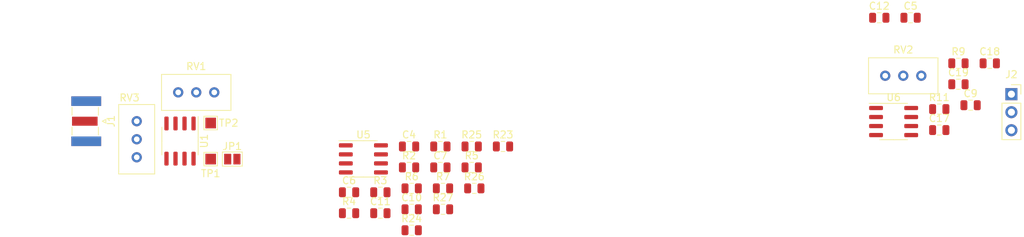
<source format=kicad_pcb>
(kicad_pcb (version 20171130) (host pcbnew 5.1.6-c6e7f7d~86~ubuntu18.04.1)

  (general
    (thickness 1.6)
    (drawings 0)
    (tracks 0)
    (zones 0)
    (modules 36)
    (nets 31)
  )

  (page A4)
  (layers
    (0 F.Cu signal)
    (31 B.Cu signal)
    (32 B.Adhes user)
    (33 F.Adhes user)
    (34 B.Paste user)
    (35 F.Paste user)
    (36 B.SilkS user)
    (37 F.SilkS user)
    (38 B.Mask user)
    (39 F.Mask user)
    (40 Dwgs.User user)
    (41 Cmts.User user hide)
    (42 Eco1.User user)
    (43 Eco2.User user)
    (44 Edge.Cuts user)
    (45 Margin user)
    (46 B.CrtYd user hide)
    (47 F.CrtYd user)
    (48 B.Fab user hide)
    (49 F.Fab user hide)
  )

  (setup
    (last_trace_width 0.25)
    (user_trace_width 0.657276)
    (user_trace_width 1.27)
    (trace_clearance 0.127)
    (zone_clearance 0.508)
    (zone_45_only no)
    (trace_min 0.2)
    (via_size 0.8)
    (via_drill 0.4)
    (via_min_size 0.4)
    (via_min_drill 0.3)
    (uvia_size 0.3)
    (uvia_drill 0.1)
    (uvias_allowed no)
    (uvia_min_size 0.2)
    (uvia_min_drill 0.1)
    (edge_width 0.1)
    (segment_width 0.2)
    (pcb_text_width 0.3)
    (pcb_text_size 1.5 1.5)
    (mod_edge_width 0.15)
    (mod_text_size 1 1)
    (mod_text_width 0.15)
    (pad_size 1.524 1.524)
    (pad_drill 0.762)
    (pad_to_mask_clearance 0)
    (aux_axis_origin 0 0)
    (visible_elements FFFFFF7F)
    (pcbplotparams
      (layerselection 0x010fc_ffffffff)
      (usegerberextensions false)
      (usegerberattributes true)
      (usegerberadvancedattributes true)
      (creategerberjobfile true)
      (excludeedgelayer true)
      (linewidth 0.100000)
      (plotframeref false)
      (viasonmask false)
      (mode 1)
      (useauxorigin false)
      (hpglpennumber 1)
      (hpglpenspeed 20)
      (hpglpendiameter 15.000000)
      (psnegative false)
      (psa4output false)
      (plotreference true)
      (plotvalue true)
      (plotinvisibletext false)
      (padsonsilk false)
      (subtractmaskfromsilk false)
      (outputformat 1)
      (mirror false)
      (drillshape 1)
      (scaleselection 1)
      (outputdirectory ""))
  )

  (net 0 "")
  (net 1 /LPF/Reference)
  (net 2 "Net-(C4-Pad1)")
  (net 3 "Net-(C5-Pad2)")
  (net 4 "Net-(C5-Pad1)")
  (net 5 "Net-(C6-Pad1)")
  (net 6 "Net-(C7-Pad2)")
  (net 7 /PostAmp/SIGNAL_IN)
  (net 8 "Net-(C9-Pad1)")
  (net 9 GND)
  (net 10 VCC)
  (net 11 Vio)
  (net 12 "Net-(R1-Pad1)")
  (net 13 /LPF/Signal_IN)
  (net 14 "Net-(R23-Pad1)")
  (net 15 "Net-(R24-Pad2)")
  (net 16 "Net-(R25-Pad2)")
  (net 17 "Net-(R26-Pad1)")
  (net 18 "Net-(R27-Pad1)")
  (net 19 "Net-(R11-Pad1)")
  (net 20 "Net-(RV2-Pad3)")
  (net 21 /PostAmp/SIGNAL_OUT)
  (net 22 "Net-(RV3-Pad2)")
  (net 23 "Net-(RV1-Pad2)")
  (net 24 "Net-(U6-Pad8)")
  (net 25 "Net-(U6-Pad4)")
  (net 26 /SignalConditioner/Signal_IN)
  (net 27 /LPF/SIGNAL_OUT)
  (net 28 /SignalConditioner/Signal_OUT)
  (net 29 /PostAmp/Reference)
  (net 30 /SignalConditioner/Reference)

  (net_class Default "This is the default net class."
    (clearance 0.127)
    (trace_width 0.25)
    (via_dia 0.8)
    (via_drill 0.4)
    (uvia_dia 0.3)
    (uvia_drill 0.1)
    (add_net /LPF/Reference)
    (add_net /LPF/SIGNAL_OUT)
    (add_net /LPF/Signal_IN)
    (add_net /PostAmp/Reference)
    (add_net /PostAmp/SIGNAL_IN)
    (add_net /PostAmp/SIGNAL_OUT)
    (add_net /SignalConditioner/Reference)
    (add_net /SignalConditioner/Signal_IN)
    (add_net /SignalConditioner/Signal_OUT)
    (add_net GND)
    (add_net "Net-(C4-Pad1)")
    (add_net "Net-(C5-Pad1)")
    (add_net "Net-(C5-Pad2)")
    (add_net "Net-(C6-Pad1)")
    (add_net "Net-(C7-Pad2)")
    (add_net "Net-(C9-Pad1)")
    (add_net "Net-(R1-Pad1)")
    (add_net "Net-(R11-Pad1)")
    (add_net "Net-(R23-Pad1)")
    (add_net "Net-(R24-Pad2)")
    (add_net "Net-(R25-Pad2)")
    (add_net "Net-(R26-Pad1)")
    (add_net "Net-(R27-Pad1)")
    (add_net "Net-(RV1-Pad2)")
    (add_net "Net-(RV2-Pad3)")
    (add_net "Net-(RV3-Pad2)")
    (add_net "Net-(U6-Pad4)")
    (add_net "Net-(U6-Pad8)")
    (add_net VCC)
    (add_net Vio)
  )

  (module Package_SO:SOIC-8_3.9x4.9mm_P1.27mm (layer F.Cu) (tedit 5D9F72B1) (tstamp 602F2AB5)
    (at 273.224 116.124)
    (descr "SOIC, 8 Pin (JEDEC MS-012AA, https://www.analog.com/media/en/package-pcb-resources/package/pkg_pdf/soic_narrow-r/r_8.pdf), generated with kicad-footprint-generator ipc_gullwing_generator.py")
    (tags "SOIC SO")
    (path /602ED3F4/5FE6A87E)
    (attr smd)
    (fp_text reference U6 (at 0 -3.4) (layer F.SilkS)
      (effects (font (size 1 1) (thickness 0.15)))
    )
    (fp_text value OPA2156xD (at 0 3.4) (layer F.Fab)
      (effects (font (size 1 1) (thickness 0.15)))
    )
    (fp_text user %R (at 0 0) (layer F.Fab)
      (effects (font (size 0.98 0.98) (thickness 0.15)))
    )
    (fp_line (start 0 2.56) (end 1.95 2.56) (layer F.SilkS) (width 0.12))
    (fp_line (start 0 2.56) (end -1.95 2.56) (layer F.SilkS) (width 0.12))
    (fp_line (start 0 -2.56) (end 1.95 -2.56) (layer F.SilkS) (width 0.12))
    (fp_line (start 0 -2.56) (end -3.45 -2.56) (layer F.SilkS) (width 0.12))
    (fp_line (start -0.975 -2.45) (end 1.95 -2.45) (layer F.Fab) (width 0.1))
    (fp_line (start 1.95 -2.45) (end 1.95 2.45) (layer F.Fab) (width 0.1))
    (fp_line (start 1.95 2.45) (end -1.95 2.45) (layer F.Fab) (width 0.1))
    (fp_line (start -1.95 2.45) (end -1.95 -1.475) (layer F.Fab) (width 0.1))
    (fp_line (start -1.95 -1.475) (end -0.975 -2.45) (layer F.Fab) (width 0.1))
    (fp_line (start -3.7 -2.7) (end -3.7 2.7) (layer F.CrtYd) (width 0.05))
    (fp_line (start -3.7 2.7) (end 3.7 2.7) (layer F.CrtYd) (width 0.05))
    (fp_line (start 3.7 2.7) (end 3.7 -2.7) (layer F.CrtYd) (width 0.05))
    (fp_line (start 3.7 -2.7) (end -3.7 -2.7) (layer F.CrtYd) (width 0.05))
    (pad 8 smd roundrect (at 2.475 -1.905) (size 1.95 0.6) (layers F.Cu F.Paste F.Mask) (roundrect_rratio 0.25)
      (net 24 "Net-(U6-Pad8)"))
    (pad 7 smd roundrect (at 2.475 -0.635) (size 1.95 0.6) (layers F.Cu F.Paste F.Mask) (roundrect_rratio 0.25)
      (net 21 /PostAmp/SIGNAL_OUT))
    (pad 6 smd roundrect (at 2.475 0.635) (size 1.95 0.6) (layers F.Cu F.Paste F.Mask) (roundrect_rratio 0.25)
      (net 19 "Net-(R11-Pad1)"))
    (pad 5 smd roundrect (at 2.475 1.905) (size 1.95 0.6) (layers F.Cu F.Paste F.Mask) (roundrect_rratio 0.25)
      (net 8 "Net-(C9-Pad1)"))
    (pad 4 smd roundrect (at -2.475 1.905) (size 1.95 0.6) (layers F.Cu F.Paste F.Mask) (roundrect_rratio 0.25)
      (net 25 "Net-(U6-Pad4)"))
    (pad 3 smd roundrect (at -2.475 0.635) (size 1.95 0.6) (layers F.Cu F.Paste F.Mask) (roundrect_rratio 0.25))
    (pad 2 smd roundrect (at -2.475 -0.635) (size 1.95 0.6) (layers F.Cu F.Paste F.Mask) (roundrect_rratio 0.25))
    (pad 1 smd roundrect (at -2.475 -1.905) (size 1.95 0.6) (layers F.Cu F.Paste F.Mask) (roundrect_rratio 0.25))
    (model ${KISYS3DMOD}/Package_SO.3dshapes/SOIC-8_3.9x4.9mm_P1.27mm.wrl
      (at (xyz 0 0 0))
      (scale (xyz 1 1 1))
      (rotate (xyz 0 0 0))
    )
  )

  (module Package_SO:SOIC-8_3.9x4.9mm_P1.27mm (layer F.Cu) (tedit 5D9F72B1) (tstamp 602F2A9B)
    (at 198.548 121.384)
    (descr "SOIC, 8 Pin (JEDEC MS-012AA, https://www.analog.com/media/en/package-pcb-resources/package/pkg_pdf/soic_narrow-r/r_8.pdf), generated with kicad-footprint-generator ipc_gullwing_generator.py")
    (tags "SOIC SO")
    (path /602EEBD6/5FD9F2F8)
    (attr smd)
    (fp_text reference U5 (at 0 -3.4) (layer F.SilkS)
      (effects (font (size 1 1) (thickness 0.15)))
    )
    (fp_text value OPA2156xD (at 0 3.4) (layer F.Fab)
      (effects (font (size 1 1) (thickness 0.15)))
    )
    (fp_text user %R (at 0 0) (layer F.Fab)
      (effects (font (size 0.98 0.98) (thickness 0.15)))
    )
    (fp_line (start 0 2.56) (end 1.95 2.56) (layer F.SilkS) (width 0.12))
    (fp_line (start 0 2.56) (end -1.95 2.56) (layer F.SilkS) (width 0.12))
    (fp_line (start 0 -2.56) (end 1.95 -2.56) (layer F.SilkS) (width 0.12))
    (fp_line (start 0 -2.56) (end -3.45 -2.56) (layer F.SilkS) (width 0.12))
    (fp_line (start -0.975 -2.45) (end 1.95 -2.45) (layer F.Fab) (width 0.1))
    (fp_line (start 1.95 -2.45) (end 1.95 2.45) (layer F.Fab) (width 0.1))
    (fp_line (start 1.95 2.45) (end -1.95 2.45) (layer F.Fab) (width 0.1))
    (fp_line (start -1.95 2.45) (end -1.95 -1.475) (layer F.Fab) (width 0.1))
    (fp_line (start -1.95 -1.475) (end -0.975 -2.45) (layer F.Fab) (width 0.1))
    (fp_line (start -3.7 -2.7) (end -3.7 2.7) (layer F.CrtYd) (width 0.05))
    (fp_line (start -3.7 2.7) (end 3.7 2.7) (layer F.CrtYd) (width 0.05))
    (fp_line (start 3.7 2.7) (end 3.7 -2.7) (layer F.CrtYd) (width 0.05))
    (fp_line (start 3.7 -2.7) (end -3.7 -2.7) (layer F.CrtYd) (width 0.05))
    (pad 8 smd roundrect (at 2.475 -1.905) (size 1.95 0.6) (layers F.Cu F.Paste F.Mask) (roundrect_rratio 0.25)
      (net 10 VCC))
    (pad 7 smd roundrect (at 2.475 -0.635) (size 1.95 0.6) (layers F.Cu F.Paste F.Mask) (roundrect_rratio 0.25)
      (net 27 /LPF/SIGNAL_OUT))
    (pad 6 smd roundrect (at 2.475 0.635) (size 1.95 0.6) (layers F.Cu F.Paste F.Mask) (roundrect_rratio 0.25)
      (net 6 "Net-(C7-Pad2)"))
    (pad 5 smd roundrect (at 2.475 1.905) (size 1.95 0.6) (layers F.Cu F.Paste F.Mask) (roundrect_rratio 0.25)
      (net 1 /LPF/Reference))
    (pad 4 smd roundrect (at -2.475 1.905) (size 1.95 0.6) (layers F.Cu F.Paste F.Mask) (roundrect_rratio 0.25)
      (net 9 GND))
    (pad 3 smd roundrect (at -2.475 0.635) (size 1.95 0.6) (layers F.Cu F.Paste F.Mask) (roundrect_rratio 0.25)
      (net 1 /LPF/Reference))
    (pad 2 smd roundrect (at -2.475 -0.635) (size 1.95 0.6) (layers F.Cu F.Paste F.Mask) (roundrect_rratio 0.25)
      (net 3 "Net-(C5-Pad2)"))
    (pad 1 smd roundrect (at -2.475 -1.905) (size 1.95 0.6) (layers F.Cu F.Paste F.Mask) (roundrect_rratio 0.25)
      (net 4 "Net-(C5-Pad1)"))
    (model ${KISYS3DMOD}/Package_SO.3dshapes/SOIC-8_3.9x4.9mm_P1.27mm.wrl
      (at (xyz 0 0 0))
      (scale (xyz 1 1 1))
      (rotate (xyz 0 0 0))
    )
  )

  (module Package_SO:SOIC-8_3.9x4.9mm_P1.27mm (layer F.Cu) (tedit 5D9F72B1) (tstamp 602F2A81)
    (at 172.72 118.872 270)
    (descr "SOIC, 8 Pin (JEDEC MS-012AA, https://www.analog.com/media/en/package-pcb-resources/package/pkg_pdf/soic_narrow-r/r_8.pdf), generated with kicad-footprint-generator ipc_gullwing_generator.py")
    (tags "SOIC SO")
    (path /602F3628/5FAFB2D9)
    (attr smd)
    (fp_text reference U1 (at 0 -3.4 90) (layer F.SilkS)
      (effects (font (size 1 1) (thickness 0.15)))
    )
    (fp_text value OPA2156xD (at 0 3.4 90) (layer F.Fab)
      (effects (font (size 1 1) (thickness 0.15)))
    )
    (fp_text user %R (at 0 0 90) (layer F.Fab)
      (effects (font (size 0.98 0.98) (thickness 0.15)))
    )
    (fp_line (start 0 2.56) (end 1.95 2.56) (layer F.SilkS) (width 0.12))
    (fp_line (start 0 2.56) (end -1.95 2.56) (layer F.SilkS) (width 0.12))
    (fp_line (start 0 -2.56) (end 1.95 -2.56) (layer F.SilkS) (width 0.12))
    (fp_line (start 0 -2.56) (end -3.45 -2.56) (layer F.SilkS) (width 0.12))
    (fp_line (start -0.975 -2.45) (end 1.95 -2.45) (layer F.Fab) (width 0.1))
    (fp_line (start 1.95 -2.45) (end 1.95 2.45) (layer F.Fab) (width 0.1))
    (fp_line (start 1.95 2.45) (end -1.95 2.45) (layer F.Fab) (width 0.1))
    (fp_line (start -1.95 2.45) (end -1.95 -1.475) (layer F.Fab) (width 0.1))
    (fp_line (start -1.95 -1.475) (end -0.975 -2.45) (layer F.Fab) (width 0.1))
    (fp_line (start -3.7 -2.7) (end -3.7 2.7) (layer F.CrtYd) (width 0.05))
    (fp_line (start -3.7 2.7) (end 3.7 2.7) (layer F.CrtYd) (width 0.05))
    (fp_line (start 3.7 2.7) (end 3.7 -2.7) (layer F.CrtYd) (width 0.05))
    (fp_line (start 3.7 -2.7) (end -3.7 -2.7) (layer F.CrtYd) (width 0.05))
    (pad 8 smd roundrect (at 2.475 -1.905 270) (size 1.95 0.6) (layers F.Cu F.Paste F.Mask) (roundrect_rratio 0.25)
      (net 11 Vio))
    (pad 7 smd roundrect (at 2.475 -0.635 270) (size 1.95 0.6) (layers F.Cu F.Paste F.Mask) (roundrect_rratio 0.25)
      (net 28 /SignalConditioner/Signal_OUT))
    (pad 6 smd roundrect (at 2.475 0.635 270) (size 1.95 0.6) (layers F.Cu F.Paste F.Mask) (roundrect_rratio 0.25)
      (net 22 "Net-(RV3-Pad2)"))
    (pad 5 smd roundrect (at 2.475 1.905 270) (size 1.95 0.6) (layers F.Cu F.Paste F.Mask) (roundrect_rratio 0.25)
      (net 30 /SignalConditioner/Reference))
    (pad 4 smd roundrect (at -2.475 1.905 270) (size 1.95 0.6) (layers F.Cu F.Paste F.Mask) (roundrect_rratio 0.25)
      (net 9 GND))
    (pad 3 smd roundrect (at -2.475 0.635 270) (size 1.95 0.6) (layers F.Cu F.Paste F.Mask) (roundrect_rratio 0.25)
      (net 23 "Net-(RV1-Pad2)"))
    (pad 2 smd roundrect (at -2.475 -0.635 270) (size 1.95 0.6) (layers F.Cu F.Paste F.Mask) (roundrect_rratio 0.25)
      (net 30 /SignalConditioner/Reference))
    (pad 1 smd roundrect (at -2.475 -1.905 270) (size 1.95 0.6) (layers F.Cu F.Paste F.Mask) (roundrect_rratio 0.25)
      (net 30 /SignalConditioner/Reference))
    (model ${KISYS3DMOD}/Package_SO.3dshapes/SOIC-8_3.9x4.9mm_P1.27mm.wrl
      (at (xyz 0 0 0))
      (scale (xyz 1 1 1))
      (rotate (xyz 0 0 0))
    )
  )

  (module TestPoint:TestPoint_Pad_1.5x1.5mm (layer F.Cu) (tedit 5A0F774F) (tstamp 602F2A67)
    (at 177.038 116.332)
    (descr "SMD rectangular pad as test Point, square 1.5mm side length")
    (tags "test point SMD pad rectangle square")
    (path /602F3628/5FB227BC)
    (attr virtual)
    (fp_text reference TP2 (at 2.54 0) (layer F.SilkS)
      (effects (font (size 1 1) (thickness 0.15)))
    )
    (fp_text value TestPoint (at 0 1.75) (layer F.Fab)
      (effects (font (size 1 1) (thickness 0.15)))
    )
    (fp_text user %R (at 0 -1.65) (layer F.Fab)
      (effects (font (size 1 1) (thickness 0.15)))
    )
    (fp_line (start -0.95 -0.95) (end 0.95 -0.95) (layer F.SilkS) (width 0.12))
    (fp_line (start 0.95 -0.95) (end 0.95 0.95) (layer F.SilkS) (width 0.12))
    (fp_line (start 0.95 0.95) (end -0.95 0.95) (layer F.SilkS) (width 0.12))
    (fp_line (start -0.95 0.95) (end -0.95 -0.95) (layer F.SilkS) (width 0.12))
    (fp_line (start -1.25 -1.25) (end 1.25 -1.25) (layer F.CrtYd) (width 0.05))
    (fp_line (start -1.25 -1.25) (end -1.25 1.25) (layer F.CrtYd) (width 0.05))
    (fp_line (start 1.25 1.25) (end 1.25 -1.25) (layer F.CrtYd) (width 0.05))
    (fp_line (start 1.25 1.25) (end -1.25 1.25) (layer F.CrtYd) (width 0.05))
    (pad 1 smd rect (at 0 0) (size 1.5 1.5) (layers F.Cu F.Mask)
      (net 30 /SignalConditioner/Reference))
  )

  (module TestPoint:TestPoint_Pad_1.5x1.5mm (layer F.Cu) (tedit 5A0F774F) (tstamp 602F2A59)
    (at 177.038 121.412)
    (descr "SMD rectangular pad as test Point, square 1.5mm side length")
    (tags "test point SMD pad rectangle square")
    (path /602F3628/5FB11C6F)
    (attr virtual)
    (fp_text reference TP1 (at 0 2.032) (layer F.SilkS)
      (effects (font (size 1 1) (thickness 0.15)))
    )
    (fp_text value TestPoint (at 0 1.75) (layer F.Fab)
      (effects (font (size 1 1) (thickness 0.15)))
    )
    (fp_text user %R (at 0 -1.65) (layer F.Fab)
      (effects (font (size 1 1) (thickness 0.15)))
    )
    (fp_line (start -0.95 -0.95) (end 0.95 -0.95) (layer F.SilkS) (width 0.12))
    (fp_line (start 0.95 -0.95) (end 0.95 0.95) (layer F.SilkS) (width 0.12))
    (fp_line (start 0.95 0.95) (end -0.95 0.95) (layer F.SilkS) (width 0.12))
    (fp_line (start -0.95 0.95) (end -0.95 -0.95) (layer F.SilkS) (width 0.12))
    (fp_line (start -1.25 -1.25) (end 1.25 -1.25) (layer F.CrtYd) (width 0.05))
    (fp_line (start -1.25 -1.25) (end -1.25 1.25) (layer F.CrtYd) (width 0.05))
    (fp_line (start 1.25 1.25) (end 1.25 -1.25) (layer F.CrtYd) (width 0.05))
    (fp_line (start 1.25 1.25) (end -1.25 1.25) (layer F.CrtYd) (width 0.05))
    (pad 1 smd rect (at 0 0) (size 1.5 1.5) (layers F.Cu F.Mask)
      (net 28 /SignalConditioner/Signal_OUT))
  )

  (module Potentiometer_THT:Potentiometer_Bourns_3296W_Vertical (layer F.Cu) (tedit 5A3D4994) (tstamp 602F2A4B)
    (at 166.624 121.158 270)
    (descr "Potentiometer, vertical, Bourns 3296W, https://www.bourns.com/pdfs/3296.pdf")
    (tags "Potentiometer vertical Bourns 3296W")
    (path /602F3628/5FB00295)
    (fp_text reference RV3 (at -8.382 1.016 180) (layer F.SilkS)
      (effects (font (size 1 1) (thickness 0.15)))
    )
    (fp_text value R_POT (at -2.54 3.67 90) (layer F.Fab)
      (effects (font (size 1 1) (thickness 0.15)))
    )
    (fp_text user %R (at -3.175 0.005 90) (layer F.Fab)
      (effects (font (size 1 1) (thickness 0.15)))
    )
    (fp_circle (center 0.955 1.15) (end 2.05 1.15) (layer F.Fab) (width 0.1))
    (fp_line (start -7.305 -2.41) (end -7.305 2.42) (layer F.Fab) (width 0.1))
    (fp_line (start -7.305 2.42) (end 2.225 2.42) (layer F.Fab) (width 0.1))
    (fp_line (start 2.225 2.42) (end 2.225 -2.41) (layer F.Fab) (width 0.1))
    (fp_line (start 2.225 -2.41) (end -7.305 -2.41) (layer F.Fab) (width 0.1))
    (fp_line (start 0.955 2.235) (end 0.956 0.066) (layer F.Fab) (width 0.1))
    (fp_line (start 0.955 2.235) (end 0.956 0.066) (layer F.Fab) (width 0.1))
    (fp_line (start -7.425 -2.53) (end 2.345 -2.53) (layer F.SilkS) (width 0.12))
    (fp_line (start -7.425 2.54) (end 2.345 2.54) (layer F.SilkS) (width 0.12))
    (fp_line (start -7.425 -2.53) (end -7.425 2.54) (layer F.SilkS) (width 0.12))
    (fp_line (start 2.345 -2.53) (end 2.345 2.54) (layer F.SilkS) (width 0.12))
    (fp_line (start -7.6 -2.7) (end -7.6 2.7) (layer F.CrtYd) (width 0.05))
    (fp_line (start -7.6 2.7) (end 2.5 2.7) (layer F.CrtYd) (width 0.05))
    (fp_line (start 2.5 2.7) (end 2.5 -2.7) (layer F.CrtYd) (width 0.05))
    (fp_line (start 2.5 -2.7) (end -7.6 -2.7) (layer F.CrtYd) (width 0.05))
    (pad 3 thru_hole circle (at -5.08 0 270) (size 1.44 1.44) (drill 0.8) (layers *.Cu *.Mask)
      (net 26 /SignalConditioner/Signal_IN))
    (pad 2 thru_hole circle (at -2.54 0 270) (size 1.44 1.44) (drill 0.8) (layers *.Cu *.Mask)
      (net 22 "Net-(RV3-Pad2)"))
    (pad 1 thru_hole circle (at 0 0 270) (size 1.44 1.44) (drill 0.8) (layers *.Cu *.Mask)
      (net 28 /SignalConditioner/Signal_OUT))
    (model ${KISYS3DMOD}/Potentiometer_THT.3dshapes/Potentiometer_Bourns_3296W_Vertical.wrl
      (at (xyz 0 0 0))
      (scale (xyz 1 1 1))
      (rotate (xyz 0 0 0))
    )
  )

  (module Potentiometer_THT:Potentiometer_Bourns_3296W_Vertical (layer F.Cu) (tedit 5A3D4994) (tstamp 602F2A34)
    (at 277.124 109.674)
    (descr "Potentiometer, vertical, Bourns 3296W, https://www.bourns.com/pdfs/3296.pdf")
    (tags "Potentiometer vertical Bourns 3296W")
    (path /602ED3F4/5FE6A8AF)
    (fp_text reference RV2 (at -2.54 -3.66) (layer F.SilkS)
      (effects (font (size 1 1) (thickness 0.15)))
    )
    (fp_text value R_POT (at -2.54 3.67) (layer F.Fab)
      (effects (font (size 1 1) (thickness 0.15)))
    )
    (fp_text user %R (at -3.175 0.005) (layer F.Fab)
      (effects (font (size 1 1) (thickness 0.15)))
    )
    (fp_circle (center 0.955 1.15) (end 2.05 1.15) (layer F.Fab) (width 0.1))
    (fp_line (start -7.305 -2.41) (end -7.305 2.42) (layer F.Fab) (width 0.1))
    (fp_line (start -7.305 2.42) (end 2.225 2.42) (layer F.Fab) (width 0.1))
    (fp_line (start 2.225 2.42) (end 2.225 -2.41) (layer F.Fab) (width 0.1))
    (fp_line (start 2.225 -2.41) (end -7.305 -2.41) (layer F.Fab) (width 0.1))
    (fp_line (start 0.955 2.235) (end 0.956 0.066) (layer F.Fab) (width 0.1))
    (fp_line (start 0.955 2.235) (end 0.956 0.066) (layer F.Fab) (width 0.1))
    (fp_line (start -7.425 -2.53) (end 2.345 -2.53) (layer F.SilkS) (width 0.12))
    (fp_line (start -7.425 2.54) (end 2.345 2.54) (layer F.SilkS) (width 0.12))
    (fp_line (start -7.425 -2.53) (end -7.425 2.54) (layer F.SilkS) (width 0.12))
    (fp_line (start 2.345 -2.53) (end 2.345 2.54) (layer F.SilkS) (width 0.12))
    (fp_line (start -7.6 -2.7) (end -7.6 2.7) (layer F.CrtYd) (width 0.05))
    (fp_line (start -7.6 2.7) (end 2.5 2.7) (layer F.CrtYd) (width 0.05))
    (fp_line (start 2.5 2.7) (end 2.5 -2.7) (layer F.CrtYd) (width 0.05))
    (fp_line (start 2.5 -2.7) (end -7.6 -2.7) (layer F.CrtYd) (width 0.05))
    (pad 3 thru_hole circle (at -5.08 0) (size 1.44 1.44) (drill 0.8) (layers *.Cu *.Mask)
      (net 20 "Net-(RV2-Pad3)"))
    (pad 2 thru_hole circle (at -2.54 0) (size 1.44 1.44) (drill 0.8) (layers *.Cu *.Mask)
      (net 21 /PostAmp/SIGNAL_OUT))
    (pad 1 thru_hole circle (at 0 0) (size 1.44 1.44) (drill 0.8) (layers *.Cu *.Mask)
      (net 19 "Net-(R11-Pad1)"))
    (model ${KISYS3DMOD}/Potentiometer_THT.3dshapes/Potentiometer_Bourns_3296W_Vertical.wrl
      (at (xyz 0 0 0))
      (scale (xyz 1 1 1))
      (rotate (xyz 0 0 0))
    )
  )

  (module Potentiometer_THT:Potentiometer_Bourns_3296W_Vertical (layer F.Cu) (tedit 5A3D4994) (tstamp 602F2A1D)
    (at 177.546 112.014)
    (descr "Potentiometer, vertical, Bourns 3296W, https://www.bourns.com/pdfs/3296.pdf")
    (tags "Potentiometer vertical Bourns 3296W")
    (path /602F3628/5FB0233A)
    (fp_text reference RV1 (at -2.54 -3.66) (layer F.SilkS)
      (effects (font (size 1 1) (thickness 0.15)))
    )
    (fp_text value R_POT (at -2.54 3.67) (layer F.Fab)
      (effects (font (size 1 1) (thickness 0.15)))
    )
    (fp_text user %R (at -3.175 0.005) (layer F.Fab)
      (effects (font (size 1 1) (thickness 0.15)))
    )
    (fp_circle (center 0.955 1.15) (end 2.05 1.15) (layer F.Fab) (width 0.1))
    (fp_line (start -7.305 -2.41) (end -7.305 2.42) (layer F.Fab) (width 0.1))
    (fp_line (start -7.305 2.42) (end 2.225 2.42) (layer F.Fab) (width 0.1))
    (fp_line (start 2.225 2.42) (end 2.225 -2.41) (layer F.Fab) (width 0.1))
    (fp_line (start 2.225 -2.41) (end -7.305 -2.41) (layer F.Fab) (width 0.1))
    (fp_line (start 0.955 2.235) (end 0.956 0.066) (layer F.Fab) (width 0.1))
    (fp_line (start 0.955 2.235) (end 0.956 0.066) (layer F.Fab) (width 0.1))
    (fp_line (start -7.425 -2.53) (end 2.345 -2.53) (layer F.SilkS) (width 0.12))
    (fp_line (start -7.425 2.54) (end 2.345 2.54) (layer F.SilkS) (width 0.12))
    (fp_line (start -7.425 -2.53) (end -7.425 2.54) (layer F.SilkS) (width 0.12))
    (fp_line (start 2.345 -2.53) (end 2.345 2.54) (layer F.SilkS) (width 0.12))
    (fp_line (start -7.6 -2.7) (end -7.6 2.7) (layer F.CrtYd) (width 0.05))
    (fp_line (start -7.6 2.7) (end 2.5 2.7) (layer F.CrtYd) (width 0.05))
    (fp_line (start 2.5 2.7) (end 2.5 -2.7) (layer F.CrtYd) (width 0.05))
    (fp_line (start 2.5 -2.7) (end -7.6 -2.7) (layer F.CrtYd) (width 0.05))
    (pad 3 thru_hole circle (at -5.08 0) (size 1.44 1.44) (drill 0.8) (layers *.Cu *.Mask)
      (net 9 GND))
    (pad 2 thru_hole circle (at -2.54 0) (size 1.44 1.44) (drill 0.8) (layers *.Cu *.Mask)
      (net 23 "Net-(RV1-Pad2)"))
    (pad 1 thru_hole circle (at 0 0) (size 1.44 1.44) (drill 0.8) (layers *.Cu *.Mask)
      (net 11 Vio))
    (model ${KISYS3DMOD}/Potentiometer_THT.3dshapes/Potentiometer_Bourns_3296W_Vertical.wrl
      (at (xyz 0 0 0))
      (scale (xyz 1 1 1))
      (rotate (xyz 0 0 0))
    )
  )

  (module Capacitor_SMD:C_0805_2012Metric (layer F.Cu) (tedit 5B36C52B) (tstamp 602F2A06)
    (at 209.758 128.484)
    (descr "Capacitor SMD 0805 (2012 Metric), square (rectangular) end terminal, IPC_7351 nominal, (Body size source: https://docs.google.com/spreadsheets/d/1BsfQQcO9C6DZCsRaXUlFlo91Tg2WpOkGARC1WS5S8t0/edit?usp=sharing), generated with kicad-footprint-generator")
    (tags capacitor)
    (path /602EEBD6/5FC6139A)
    (attr smd)
    (fp_text reference R27 (at 0 -1.65) (layer F.SilkS)
      (effects (font (size 1 1) (thickness 0.15)))
    )
    (fp_text value "820ohm 1%" (at 0 1.65) (layer F.Fab)
      (effects (font (size 1 1) (thickness 0.15)))
    )
    (fp_text user %R (at 0 0) (layer F.Fab)
      (effects (font (size 0.5 0.5) (thickness 0.08)))
    )
    (fp_line (start -1 0.6) (end -1 -0.6) (layer F.Fab) (width 0.1))
    (fp_line (start -1 -0.6) (end 1 -0.6) (layer F.Fab) (width 0.1))
    (fp_line (start 1 -0.6) (end 1 0.6) (layer F.Fab) (width 0.1))
    (fp_line (start 1 0.6) (end -1 0.6) (layer F.Fab) (width 0.1))
    (fp_line (start -0.258578 -0.71) (end 0.258578 -0.71) (layer F.SilkS) (width 0.12))
    (fp_line (start -0.258578 0.71) (end 0.258578 0.71) (layer F.SilkS) (width 0.12))
    (fp_line (start -1.68 0.95) (end -1.68 -0.95) (layer F.CrtYd) (width 0.05))
    (fp_line (start -1.68 -0.95) (end 1.68 -0.95) (layer F.CrtYd) (width 0.05))
    (fp_line (start 1.68 -0.95) (end 1.68 0.95) (layer F.CrtYd) (width 0.05))
    (fp_line (start 1.68 0.95) (end -1.68 0.95) (layer F.CrtYd) (width 0.05))
    (pad 2 smd roundrect (at 0.9375 0) (size 0.975 1.4) (layers F.Cu F.Paste F.Mask) (roundrect_rratio 0.25)
      (net 5 "Net-(C6-Pad1)"))
    (pad 1 smd roundrect (at -0.9375 0) (size 0.975 1.4) (layers F.Cu F.Paste F.Mask) (roundrect_rratio 0.25)
      (net 18 "Net-(R27-Pad1)"))
    (model ${KISYS3DMOD}/Capacitor_SMD.3dshapes/C_0805_2012Metric.wrl
      (at (xyz 0 0 0))
      (scale (xyz 1 1 1))
      (rotate (xyz 0 0 0))
    )
  )

  (module Capacitor_SMD:C_0805_2012Metric (layer F.Cu) (tedit 5B36C52B) (tstamp 602F29F5)
    (at 214.168 125.534)
    (descr "Capacitor SMD 0805 (2012 Metric), square (rectangular) end terminal, IPC_7351 nominal, (Body size source: https://docs.google.com/spreadsheets/d/1BsfQQcO9C6DZCsRaXUlFlo91Tg2WpOkGARC1WS5S8t0/edit?usp=sharing), generated with kicad-footprint-generator")
    (tags capacitor)
    (path /602EEBD6/5FC458A5)
    (attr smd)
    (fp_text reference R26 (at 0 -1.65) (layer F.SilkS)
      (effects (font (size 1 1) (thickness 0.15)))
    )
    (fp_text value "2k 1%" (at 0 1.65) (layer F.Fab)
      (effects (font (size 1 1) (thickness 0.15)))
    )
    (fp_text user %R (at 0 0) (layer F.Fab)
      (effects (font (size 0.5 0.5) (thickness 0.08)))
    )
    (fp_line (start -1 0.6) (end -1 -0.6) (layer F.Fab) (width 0.1))
    (fp_line (start -1 -0.6) (end 1 -0.6) (layer F.Fab) (width 0.1))
    (fp_line (start 1 -0.6) (end 1 0.6) (layer F.Fab) (width 0.1))
    (fp_line (start 1 0.6) (end -1 0.6) (layer F.Fab) (width 0.1))
    (fp_line (start -0.258578 -0.71) (end 0.258578 -0.71) (layer F.SilkS) (width 0.12))
    (fp_line (start -0.258578 0.71) (end 0.258578 0.71) (layer F.SilkS) (width 0.12))
    (fp_line (start -1.68 0.95) (end -1.68 -0.95) (layer F.CrtYd) (width 0.05))
    (fp_line (start -1.68 -0.95) (end 1.68 -0.95) (layer F.CrtYd) (width 0.05))
    (fp_line (start 1.68 -0.95) (end 1.68 0.95) (layer F.CrtYd) (width 0.05))
    (fp_line (start 1.68 0.95) (end -1.68 0.95) (layer F.CrtYd) (width 0.05))
    (pad 2 smd roundrect (at 0.9375 0) (size 0.975 1.4) (layers F.Cu F.Paste F.Mask) (roundrect_rratio 0.25)
      (net 27 /LPF/SIGNAL_OUT))
    (pad 1 smd roundrect (at -0.9375 0) (size 0.975 1.4) (layers F.Cu F.Paste F.Mask) (roundrect_rratio 0.25)
      (net 17 "Net-(R26-Pad1)"))
    (model ${KISYS3DMOD}/Capacitor_SMD.3dshapes/C_0805_2012Metric.wrl
      (at (xyz 0 0 0))
      (scale (xyz 1 1 1))
      (rotate (xyz 0 0 0))
    )
  )

  (module Capacitor_SMD:C_0805_2012Metric (layer F.Cu) (tedit 5B36C52B) (tstamp 602F29E4)
    (at 213.798 119.634)
    (descr "Capacitor SMD 0805 (2012 Metric), square (rectangular) end terminal, IPC_7351 nominal, (Body size source: https://docs.google.com/spreadsheets/d/1BsfQQcO9C6DZCsRaXUlFlo91Tg2WpOkGARC1WS5S8t0/edit?usp=sharing), generated with kicad-footprint-generator")
    (tags capacitor)
    (path /602EEBD6/5FC15F2E)
    (attr smd)
    (fp_text reference R25 (at 0 -1.65) (layer F.SilkS)
      (effects (font (size 1 1) (thickness 0.15)))
    )
    (fp_text value "2k 1%" (at 0 1.65) (layer F.Fab)
      (effects (font (size 1 1) (thickness 0.15)))
    )
    (fp_text user %R (at 0 0) (layer F.Fab)
      (effects (font (size 0.5 0.5) (thickness 0.08)))
    )
    (fp_line (start -1 0.6) (end -1 -0.6) (layer F.Fab) (width 0.1))
    (fp_line (start -1 -0.6) (end 1 -0.6) (layer F.Fab) (width 0.1))
    (fp_line (start 1 -0.6) (end 1 0.6) (layer F.Fab) (width 0.1))
    (fp_line (start 1 0.6) (end -1 0.6) (layer F.Fab) (width 0.1))
    (fp_line (start -0.258578 -0.71) (end 0.258578 -0.71) (layer F.SilkS) (width 0.12))
    (fp_line (start -0.258578 0.71) (end 0.258578 0.71) (layer F.SilkS) (width 0.12))
    (fp_line (start -1.68 0.95) (end -1.68 -0.95) (layer F.CrtYd) (width 0.05))
    (fp_line (start -1.68 -0.95) (end 1.68 -0.95) (layer F.CrtYd) (width 0.05))
    (fp_line (start 1.68 -0.95) (end 1.68 0.95) (layer F.CrtYd) (width 0.05))
    (fp_line (start 1.68 0.95) (end -1.68 0.95) (layer F.CrtYd) (width 0.05))
    (pad 2 smd roundrect (at 0.9375 0) (size 0.975 1.4) (layers F.Cu F.Paste F.Mask) (roundrect_rratio 0.25)
      (net 16 "Net-(R25-Pad2)"))
    (pad 1 smd roundrect (at -0.9375 0) (size 0.975 1.4) (layers F.Cu F.Paste F.Mask) (roundrect_rratio 0.25)
      (net 5 "Net-(C6-Pad1)"))
    (model ${KISYS3DMOD}/Capacitor_SMD.3dshapes/C_0805_2012Metric.wrl
      (at (xyz 0 0 0))
      (scale (xyz 1 1 1))
      (rotate (xyz 0 0 0))
    )
  )

  (module Capacitor_SMD:C_0805_2012Metric (layer F.Cu) (tedit 5B36C52B) (tstamp 602F29D3)
    (at 205.348 131.434)
    (descr "Capacitor SMD 0805 (2012 Metric), square (rectangular) end terminal, IPC_7351 nominal, (Body size source: https://docs.google.com/spreadsheets/d/1BsfQQcO9C6DZCsRaXUlFlo91Tg2WpOkGARC1WS5S8t0/edit?usp=sharing), generated with kicad-footprint-generator")
    (tags capacitor)
    (path /602EEBD6/5FC0CBAF)
    (attr smd)
    (fp_text reference R24 (at 0 -1.65) (layer F.SilkS)
      (effects (font (size 1 1) (thickness 0.15)))
    )
    (fp_text value "430ohm 1%" (at 0 1.65) (layer F.Fab)
      (effects (font (size 1 1) (thickness 0.15)))
    )
    (fp_text user %R (at 0 0) (layer F.Fab)
      (effects (font (size 0.5 0.5) (thickness 0.08)))
    )
    (fp_line (start -1 0.6) (end -1 -0.6) (layer F.Fab) (width 0.1))
    (fp_line (start -1 -0.6) (end 1 -0.6) (layer F.Fab) (width 0.1))
    (fp_line (start 1 -0.6) (end 1 0.6) (layer F.Fab) (width 0.1))
    (fp_line (start 1 0.6) (end -1 0.6) (layer F.Fab) (width 0.1))
    (fp_line (start -0.258578 -0.71) (end 0.258578 -0.71) (layer F.SilkS) (width 0.12))
    (fp_line (start -0.258578 0.71) (end 0.258578 0.71) (layer F.SilkS) (width 0.12))
    (fp_line (start -1.68 0.95) (end -1.68 -0.95) (layer F.CrtYd) (width 0.05))
    (fp_line (start -1.68 -0.95) (end 1.68 -0.95) (layer F.CrtYd) (width 0.05))
    (fp_line (start 1.68 -0.95) (end 1.68 0.95) (layer F.CrtYd) (width 0.05))
    (fp_line (start 1.68 0.95) (end -1.68 0.95) (layer F.CrtYd) (width 0.05))
    (pad 2 smd roundrect (at 0.9375 0) (size 0.975 1.4) (layers F.Cu F.Paste F.Mask) (roundrect_rratio 0.25)
      (net 15 "Net-(R24-Pad2)"))
    (pad 1 smd roundrect (at -0.9375 0) (size 0.975 1.4) (layers F.Cu F.Paste F.Mask) (roundrect_rratio 0.25)
      (net 2 "Net-(C4-Pad1)"))
    (model ${KISYS3DMOD}/Capacitor_SMD.3dshapes/C_0805_2012Metric.wrl
      (at (xyz 0 0 0))
      (scale (xyz 1 1 1))
      (rotate (xyz 0 0 0))
    )
  )

  (module Capacitor_SMD:C_0805_2012Metric (layer F.Cu) (tedit 5B36C52B) (tstamp 602F29C2)
    (at 218.208 119.634)
    (descr "Capacitor SMD 0805 (2012 Metric), square (rectangular) end terminal, IPC_7351 nominal, (Body size source: https://docs.google.com/spreadsheets/d/1BsfQQcO9C6DZCsRaXUlFlo91Tg2WpOkGARC1WS5S8t0/edit?usp=sharing), generated with kicad-footprint-generator")
    (tags capacitor)
    (path /602EEBD6/5FBFB0B7)
    (attr smd)
    (fp_text reference R23 (at 0 -1.65) (layer F.SilkS)
      (effects (font (size 1 1) (thickness 0.15)))
    )
    (fp_text value "680ohm 1%" (at 0 1.65) (layer F.Fab)
      (effects (font (size 1 1) (thickness 0.15)))
    )
    (fp_text user %R (at 0 0) (layer F.Fab)
      (effects (font (size 0.5 0.5) (thickness 0.08)))
    )
    (fp_line (start -1 0.6) (end -1 -0.6) (layer F.Fab) (width 0.1))
    (fp_line (start -1 -0.6) (end 1 -0.6) (layer F.Fab) (width 0.1))
    (fp_line (start 1 -0.6) (end 1 0.6) (layer F.Fab) (width 0.1))
    (fp_line (start 1 0.6) (end -1 0.6) (layer F.Fab) (width 0.1))
    (fp_line (start -0.258578 -0.71) (end 0.258578 -0.71) (layer F.SilkS) (width 0.12))
    (fp_line (start -0.258578 0.71) (end 0.258578 0.71) (layer F.SilkS) (width 0.12))
    (fp_line (start -1.68 0.95) (end -1.68 -0.95) (layer F.CrtYd) (width 0.05))
    (fp_line (start -1.68 -0.95) (end 1.68 -0.95) (layer F.CrtYd) (width 0.05))
    (fp_line (start 1.68 -0.95) (end 1.68 0.95) (layer F.CrtYd) (width 0.05))
    (fp_line (start 1.68 0.95) (end -1.68 0.95) (layer F.CrtYd) (width 0.05))
    (pad 2 smd roundrect (at 0.9375 0) (size 0.975 1.4) (layers F.Cu F.Paste F.Mask) (roundrect_rratio 0.25)
      (net 4 "Net-(C5-Pad1)"))
    (pad 1 smd roundrect (at -0.9375 0) (size 0.975 1.4) (layers F.Cu F.Paste F.Mask) (roundrect_rratio 0.25)
      (net 14 "Net-(R23-Pad1)"))
    (model ${KISYS3DMOD}/Capacitor_SMD.3dshapes/C_0805_2012Metric.wrl
      (at (xyz 0 0 0))
      (scale (xyz 1 1 1))
      (rotate (xyz 0 0 0))
    )
  )

  (module Capacitor_SMD:C_0805_2012Metric (layer F.Cu) (tedit 5B36C52B) (tstamp 602F29B1)
    (at 279.654 114.374)
    (descr "Capacitor SMD 0805 (2012 Metric), square (rectangular) end terminal, IPC_7351 nominal, (Body size source: https://docs.google.com/spreadsheets/d/1BsfQQcO9C6DZCsRaXUlFlo91Tg2WpOkGARC1WS5S8t0/edit?usp=sharing), generated with kicad-footprint-generator")
    (tags capacitor)
    (path /602ED3F4/5FE6A892)
    (attr smd)
    (fp_text reference R11 (at 0 -1.65) (layer F.SilkS)
      (effects (font (size 1 1) (thickness 0.15)))
    )
    (fp_text value 220 (at 0 1.65) (layer F.Fab)
      (effects (font (size 1 1) (thickness 0.15)))
    )
    (fp_text user %R (at 0 0) (layer F.Fab)
      (effects (font (size 0.5 0.5) (thickness 0.08)))
    )
    (fp_line (start -1 0.6) (end -1 -0.6) (layer F.Fab) (width 0.1))
    (fp_line (start -1 -0.6) (end 1 -0.6) (layer F.Fab) (width 0.1))
    (fp_line (start 1 -0.6) (end 1 0.6) (layer F.Fab) (width 0.1))
    (fp_line (start 1 0.6) (end -1 0.6) (layer F.Fab) (width 0.1))
    (fp_line (start -0.258578 -0.71) (end 0.258578 -0.71) (layer F.SilkS) (width 0.12))
    (fp_line (start -0.258578 0.71) (end 0.258578 0.71) (layer F.SilkS) (width 0.12))
    (fp_line (start -1.68 0.95) (end -1.68 -0.95) (layer F.CrtYd) (width 0.05))
    (fp_line (start -1.68 -0.95) (end 1.68 -0.95) (layer F.CrtYd) (width 0.05))
    (fp_line (start 1.68 -0.95) (end 1.68 0.95) (layer F.CrtYd) (width 0.05))
    (fp_line (start 1.68 0.95) (end -1.68 0.95) (layer F.CrtYd) (width 0.05))
    (pad 2 smd roundrect (at 0.9375 0) (size 0.975 1.4) (layers F.Cu F.Paste F.Mask) (roundrect_rratio 0.25)
      (net 29 /PostAmp/Reference))
    (pad 1 smd roundrect (at -0.9375 0) (size 0.975 1.4) (layers F.Cu F.Paste F.Mask) (roundrect_rratio 0.25)
      (net 19 "Net-(R11-Pad1)"))
    (model ${KISYS3DMOD}/Capacitor_SMD.3dshapes/C_0805_2012Metric.wrl
      (at (xyz 0 0 0))
      (scale (xyz 1 1 1))
      (rotate (xyz 0 0 0))
    )
  )

  (module Capacitor_SMD:C_0805_2012Metric (layer F.Cu) (tedit 5B36C52B) (tstamp 602F29A0)
    (at 282.354 107.924)
    (descr "Capacitor SMD 0805 (2012 Metric), square (rectangular) end terminal, IPC_7351 nominal, (Body size source: https://docs.google.com/spreadsheets/d/1BsfQQcO9C6DZCsRaXUlFlo91Tg2WpOkGARC1WS5S8t0/edit?usp=sharing), generated with kicad-footprint-generator")
    (tags capacitor)
    (path /602ED3F4/5FE6A884)
    (attr smd)
    (fp_text reference R9 (at 0 -1.65) (layer F.SilkS)
      (effects (font (size 1 1) (thickness 0.15)))
    )
    (fp_text value 10k (at 0 1.65) (layer F.Fab)
      (effects (font (size 1 1) (thickness 0.15)))
    )
    (fp_text user %R (at 0 0) (layer F.Fab)
      (effects (font (size 0.5 0.5) (thickness 0.08)))
    )
    (fp_line (start -1 0.6) (end -1 -0.6) (layer F.Fab) (width 0.1))
    (fp_line (start -1 -0.6) (end 1 -0.6) (layer F.Fab) (width 0.1))
    (fp_line (start 1 -0.6) (end 1 0.6) (layer F.Fab) (width 0.1))
    (fp_line (start 1 0.6) (end -1 0.6) (layer F.Fab) (width 0.1))
    (fp_line (start -0.258578 -0.71) (end 0.258578 -0.71) (layer F.SilkS) (width 0.12))
    (fp_line (start -0.258578 0.71) (end 0.258578 0.71) (layer F.SilkS) (width 0.12))
    (fp_line (start -1.68 0.95) (end -1.68 -0.95) (layer F.CrtYd) (width 0.05))
    (fp_line (start -1.68 -0.95) (end 1.68 -0.95) (layer F.CrtYd) (width 0.05))
    (fp_line (start 1.68 -0.95) (end 1.68 0.95) (layer F.CrtYd) (width 0.05))
    (fp_line (start 1.68 0.95) (end -1.68 0.95) (layer F.CrtYd) (width 0.05))
    (pad 2 smd roundrect (at 0.9375 0) (size 0.975 1.4) (layers F.Cu F.Paste F.Mask) (roundrect_rratio 0.25)
      (net 29 /PostAmp/Reference))
    (pad 1 smd roundrect (at -0.9375 0) (size 0.975 1.4) (layers F.Cu F.Paste F.Mask) (roundrect_rratio 0.25)
      (net 8 "Net-(C9-Pad1)"))
    (model ${KISYS3DMOD}/Capacitor_SMD.3dshapes/C_0805_2012Metric.wrl
      (at (xyz 0 0 0))
      (scale (xyz 1 1 1))
      (rotate (xyz 0 0 0))
    )
  )

  (module Capacitor_SMD:C_0805_2012Metric (layer F.Cu) (tedit 5B36C52B) (tstamp 602F298F)
    (at 209.758 125.534)
    (descr "Capacitor SMD 0805 (2012 Metric), square (rectangular) end terminal, IPC_7351 nominal, (Body size source: https://docs.google.com/spreadsheets/d/1BsfQQcO9C6DZCsRaXUlFlo91Tg2WpOkGARC1WS5S8t0/edit?usp=sharing), generated with kicad-footprint-generator")
    (tags capacitor)
    (path /602EEBD6/5FDA73E9)
    (attr smd)
    (fp_text reference R7 (at 0 -1.65) (layer F.SilkS)
      (effects (font (size 1 1) (thickness 0.15)))
    )
    (fp_text value "12k 1%" (at 0 1.65) (layer F.Fab)
      (effects (font (size 1 1) (thickness 0.15)))
    )
    (fp_text user %R (at 0 0) (layer F.Fab)
      (effects (font (size 0.5 0.5) (thickness 0.08)))
    )
    (fp_line (start -1 0.6) (end -1 -0.6) (layer F.Fab) (width 0.1))
    (fp_line (start -1 -0.6) (end 1 -0.6) (layer F.Fab) (width 0.1))
    (fp_line (start 1 -0.6) (end 1 0.6) (layer F.Fab) (width 0.1))
    (fp_line (start 1 0.6) (end -1 0.6) (layer F.Fab) (width 0.1))
    (fp_line (start -0.258578 -0.71) (end 0.258578 -0.71) (layer F.SilkS) (width 0.12))
    (fp_line (start -0.258578 0.71) (end 0.258578 0.71) (layer F.SilkS) (width 0.12))
    (fp_line (start -1.68 0.95) (end -1.68 -0.95) (layer F.CrtYd) (width 0.05))
    (fp_line (start -1.68 -0.95) (end 1.68 -0.95) (layer F.CrtYd) (width 0.05))
    (fp_line (start 1.68 -0.95) (end 1.68 0.95) (layer F.CrtYd) (width 0.05))
    (fp_line (start 1.68 0.95) (end -1.68 0.95) (layer F.CrtYd) (width 0.05))
    (pad 2 smd roundrect (at 0.9375 0) (size 0.975 1.4) (layers F.Cu F.Paste F.Mask) (roundrect_rratio 0.25)
      (net 18 "Net-(R27-Pad1)"))
    (pad 1 smd roundrect (at -0.9375 0) (size 0.975 1.4) (layers F.Cu F.Paste F.Mask) (roundrect_rratio 0.25)
      (net 6 "Net-(C7-Pad2)"))
    (model ${KISYS3DMOD}/Capacitor_SMD.3dshapes/C_0805_2012Metric.wrl
      (at (xyz 0 0 0))
      (scale (xyz 1 1 1))
      (rotate (xyz 0 0 0))
    )
  )

  (module Capacitor_SMD:C_0805_2012Metric (layer F.Cu) (tedit 5B36C52B) (tstamp 602F297E)
    (at 205.348 125.534)
    (descr "Capacitor SMD 0805 (2012 Metric), square (rectangular) end terminal, IPC_7351 nominal, (Body size source: https://docs.google.com/spreadsheets/d/1BsfQQcO9C6DZCsRaXUlFlo91Tg2WpOkGARC1WS5S8t0/edit?usp=sharing), generated with kicad-footprint-generator")
    (tags capacitor)
    (path /602EEBD6/5FDA76BB)
    (attr smd)
    (fp_text reference R6 (at 0 -1.65) (layer F.SilkS)
      (effects (font (size 1 1) (thickness 0.15)))
    )
    (fp_text value "13k 1%" (at 0 1.65) (layer F.Fab)
      (effects (font (size 1 1) (thickness 0.15)))
    )
    (fp_text user %R (at 0 0) (layer F.Fab)
      (effects (font (size 0.5 0.5) (thickness 0.08)))
    )
    (fp_line (start -1 0.6) (end -1 -0.6) (layer F.Fab) (width 0.1))
    (fp_line (start -1 -0.6) (end 1 -0.6) (layer F.Fab) (width 0.1))
    (fp_line (start 1 -0.6) (end 1 0.6) (layer F.Fab) (width 0.1))
    (fp_line (start 1 0.6) (end -1 0.6) (layer F.Fab) (width 0.1))
    (fp_line (start -0.258578 -0.71) (end 0.258578 -0.71) (layer F.SilkS) (width 0.12))
    (fp_line (start -0.258578 0.71) (end 0.258578 0.71) (layer F.SilkS) (width 0.12))
    (fp_line (start -1.68 0.95) (end -1.68 -0.95) (layer F.CrtYd) (width 0.05))
    (fp_line (start -1.68 -0.95) (end 1.68 -0.95) (layer F.CrtYd) (width 0.05))
    (fp_line (start 1.68 -0.95) (end 1.68 0.95) (layer F.CrtYd) (width 0.05))
    (fp_line (start 1.68 0.95) (end -1.68 0.95) (layer F.CrtYd) (width 0.05))
    (pad 2 smd roundrect (at 0.9375 0) (size 0.975 1.4) (layers F.Cu F.Paste F.Mask) (roundrect_rratio 0.25)
      (net 5 "Net-(C6-Pad1)"))
    (pad 1 smd roundrect (at -0.9375 0) (size 0.975 1.4) (layers F.Cu F.Paste F.Mask) (roundrect_rratio 0.25)
      (net 17 "Net-(R26-Pad1)"))
    (model ${KISYS3DMOD}/Capacitor_SMD.3dshapes/C_0805_2012Metric.wrl
      (at (xyz 0 0 0))
      (scale (xyz 1 1 1))
      (rotate (xyz 0 0 0))
    )
  )

  (module Capacitor_SMD:C_0805_2012Metric (layer F.Cu) (tedit 5B36C52B) (tstamp 602F296D)
    (at 213.798 122.584)
    (descr "Capacitor SMD 0805 (2012 Metric), square (rectangular) end terminal, IPC_7351 nominal, (Body size source: https://docs.google.com/spreadsheets/d/1BsfQQcO9C6DZCsRaXUlFlo91Tg2WpOkGARC1WS5S8t0/edit?usp=sharing), generated with kicad-footprint-generator")
    (tags capacitor)
    (path /602EEBD6/5FDA70C7)
    (attr smd)
    (fp_text reference R5 (at 0 -1.65) (layer F.SilkS)
      (effects (font (size 1 1) (thickness 0.15)))
    )
    (fp_text value "13k 1%" (at 0 1.65) (layer F.Fab)
      (effects (font (size 1 1) (thickness 0.15)))
    )
    (fp_text user %R (at 0 0) (layer F.Fab)
      (effects (font (size 0.5 0.5) (thickness 0.08)))
    )
    (fp_line (start -1 0.6) (end -1 -0.6) (layer F.Fab) (width 0.1))
    (fp_line (start -1 -0.6) (end 1 -0.6) (layer F.Fab) (width 0.1))
    (fp_line (start 1 -0.6) (end 1 0.6) (layer F.Fab) (width 0.1))
    (fp_line (start 1 0.6) (end -1 0.6) (layer F.Fab) (width 0.1))
    (fp_line (start -0.258578 -0.71) (end 0.258578 -0.71) (layer F.SilkS) (width 0.12))
    (fp_line (start -0.258578 0.71) (end 0.258578 0.71) (layer F.SilkS) (width 0.12))
    (fp_line (start -1.68 0.95) (end -1.68 -0.95) (layer F.CrtYd) (width 0.05))
    (fp_line (start -1.68 -0.95) (end 1.68 -0.95) (layer F.CrtYd) (width 0.05))
    (fp_line (start 1.68 -0.95) (end 1.68 0.95) (layer F.CrtYd) (width 0.05))
    (fp_line (start 1.68 0.95) (end -1.68 0.95) (layer F.CrtYd) (width 0.05))
    (pad 2 smd roundrect (at 0.9375 0) (size 0.975 1.4) (layers F.Cu F.Paste F.Mask) (roundrect_rratio 0.25)
      (net 4 "Net-(C5-Pad1)"))
    (pad 1 smd roundrect (at -0.9375 0) (size 0.975 1.4) (layers F.Cu F.Paste F.Mask) (roundrect_rratio 0.25)
      (net 16 "Net-(R25-Pad2)"))
    (model ${KISYS3DMOD}/Capacitor_SMD.3dshapes/C_0805_2012Metric.wrl
      (at (xyz 0 0 0))
      (scale (xyz 1 1 1))
      (rotate (xyz 0 0 0))
    )
  )

  (module Capacitor_SMD:C_0805_2012Metric (layer F.Cu) (tedit 5B36C52B) (tstamp 602F295C)
    (at 196.528 129.034)
    (descr "Capacitor SMD 0805 (2012 Metric), square (rectangular) end terminal, IPC_7351 nominal, (Body size source: https://docs.google.com/spreadsheets/d/1BsfQQcO9C6DZCsRaXUlFlo91Tg2WpOkGARC1WS5S8t0/edit?usp=sharing), generated with kicad-footprint-generator")
    (tags capacitor)
    (path /602EEBD6/5FDA65B7)
    (attr smd)
    (fp_text reference R4 (at 0 -1.65) (layer F.SilkS)
      (effects (font (size 1 1) (thickness 0.15)))
    )
    (fp_text value "16k 1%" (at 0 1.65) (layer F.Fab)
      (effects (font (size 1 1) (thickness 0.15)))
    )
    (fp_text user %R (at 0 0) (layer F.Fab)
      (effects (font (size 0.5 0.5) (thickness 0.08)))
    )
    (fp_line (start -1 0.6) (end -1 -0.6) (layer F.Fab) (width 0.1))
    (fp_line (start -1 -0.6) (end 1 -0.6) (layer F.Fab) (width 0.1))
    (fp_line (start 1 -0.6) (end 1 0.6) (layer F.Fab) (width 0.1))
    (fp_line (start 1 0.6) (end -1 0.6) (layer F.Fab) (width 0.1))
    (fp_line (start -0.258578 -0.71) (end 0.258578 -0.71) (layer F.SilkS) (width 0.12))
    (fp_line (start -0.258578 0.71) (end 0.258578 0.71) (layer F.SilkS) (width 0.12))
    (fp_line (start -1.68 0.95) (end -1.68 -0.95) (layer F.CrtYd) (width 0.05))
    (fp_line (start -1.68 -0.95) (end 1.68 -0.95) (layer F.CrtYd) (width 0.05))
    (fp_line (start 1.68 -0.95) (end 1.68 0.95) (layer F.CrtYd) (width 0.05))
    (fp_line (start 1.68 0.95) (end -1.68 0.95) (layer F.CrtYd) (width 0.05))
    (pad 2 smd roundrect (at 0.9375 0) (size 0.975 1.4) (layers F.Cu F.Paste F.Mask) (roundrect_rratio 0.25)
      (net 3 "Net-(C5-Pad2)"))
    (pad 1 smd roundrect (at -0.9375 0) (size 0.975 1.4) (layers F.Cu F.Paste F.Mask) (roundrect_rratio 0.25)
      (net 15 "Net-(R24-Pad2)"))
    (model ${KISYS3DMOD}/Capacitor_SMD.3dshapes/C_0805_2012Metric.wrl
      (at (xyz 0 0 0))
      (scale (xyz 1 1 1))
      (rotate (xyz 0 0 0))
    )
  )

  (module Capacitor_SMD:C_0805_2012Metric (layer F.Cu) (tedit 5B36C52B) (tstamp 602F294B)
    (at 200.938 126.084)
    (descr "Capacitor SMD 0805 (2012 Metric), square (rectangular) end terminal, IPC_7351 nominal, (Body size source: https://docs.google.com/spreadsheets/d/1BsfQQcO9C6DZCsRaXUlFlo91Tg2WpOkGARC1WS5S8t0/edit?usp=sharing), generated with kicad-footprint-generator")
    (tags capacitor)
    (path /602EEBD6/5FDA6A27)
    (attr smd)
    (fp_text reference R3 (at 0 -1.65) (layer F.SilkS)
      (effects (font (size 1 1) (thickness 0.15)))
    )
    (fp_text value "11k 1%" (at 0 1.65) (layer F.Fab)
      (effects (font (size 1 1) (thickness 0.15)))
    )
    (fp_text user %R (at 0 0) (layer F.Fab)
      (effects (font (size 0.5 0.5) (thickness 0.08)))
    )
    (fp_line (start -1 0.6) (end -1 -0.6) (layer F.Fab) (width 0.1))
    (fp_line (start -1 -0.6) (end 1 -0.6) (layer F.Fab) (width 0.1))
    (fp_line (start 1 -0.6) (end 1 0.6) (layer F.Fab) (width 0.1))
    (fp_line (start 1 0.6) (end -1 0.6) (layer F.Fab) (width 0.1))
    (fp_line (start -0.258578 -0.71) (end 0.258578 -0.71) (layer F.SilkS) (width 0.12))
    (fp_line (start -0.258578 0.71) (end 0.258578 0.71) (layer F.SilkS) (width 0.12))
    (fp_line (start -1.68 0.95) (end -1.68 -0.95) (layer F.CrtYd) (width 0.05))
    (fp_line (start -1.68 -0.95) (end 1.68 -0.95) (layer F.CrtYd) (width 0.05))
    (fp_line (start 1.68 -0.95) (end 1.68 0.95) (layer F.CrtYd) (width 0.05))
    (fp_line (start 1.68 0.95) (end -1.68 0.95) (layer F.CrtYd) (width 0.05))
    (pad 2 smd roundrect (at 0.9375 0) (size 0.975 1.4) (layers F.Cu F.Paste F.Mask) (roundrect_rratio 0.25)
      (net 14 "Net-(R23-Pad1)"))
    (pad 1 smd roundrect (at -0.9375 0) (size 0.975 1.4) (layers F.Cu F.Paste F.Mask) (roundrect_rratio 0.25)
      (net 2 "Net-(C4-Pad1)"))
    (model ${KISYS3DMOD}/Capacitor_SMD.3dshapes/C_0805_2012Metric.wrl
      (at (xyz 0 0 0))
      (scale (xyz 1 1 1))
      (rotate (xyz 0 0 0))
    )
  )

  (module Capacitor_SMD:C_0805_2012Metric (layer F.Cu) (tedit 5B36C52B) (tstamp 602F293A)
    (at 204.978 122.584)
    (descr "Capacitor SMD 0805 (2012 Metric), square (rectangular) end terminal, IPC_7351 nominal, (Body size source: https://docs.google.com/spreadsheets/d/1BsfQQcO9C6DZCsRaXUlFlo91Tg2WpOkGARC1WS5S8t0/edit?usp=sharing), generated with kicad-footprint-generator")
    (tags capacitor)
    (path /602EEBD6/5FDA628F)
    (attr smd)
    (fp_text reference R2 (at 0 -1.65) (layer F.SilkS)
      (effects (font (size 1 1) (thickness 0.15)))
    )
    (fp_text value "11k 1%" (at 0 1.65) (layer F.Fab)
      (effects (font (size 1 1) (thickness 0.15)))
    )
    (fp_text user %R (at 0 0) (layer F.Fab)
      (effects (font (size 0.5 0.5) (thickness 0.08)))
    )
    (fp_line (start -1 0.6) (end -1 -0.6) (layer F.Fab) (width 0.1))
    (fp_line (start -1 -0.6) (end 1 -0.6) (layer F.Fab) (width 0.1))
    (fp_line (start 1 -0.6) (end 1 0.6) (layer F.Fab) (width 0.1))
    (fp_line (start 1 0.6) (end -1 0.6) (layer F.Fab) (width 0.1))
    (fp_line (start -0.258578 -0.71) (end 0.258578 -0.71) (layer F.SilkS) (width 0.12))
    (fp_line (start -0.258578 0.71) (end 0.258578 0.71) (layer F.SilkS) (width 0.12))
    (fp_line (start -1.68 0.95) (end -1.68 -0.95) (layer F.CrtYd) (width 0.05))
    (fp_line (start -1.68 -0.95) (end 1.68 -0.95) (layer F.CrtYd) (width 0.05))
    (fp_line (start 1.68 -0.95) (end 1.68 0.95) (layer F.CrtYd) (width 0.05))
    (fp_line (start 1.68 0.95) (end -1.68 0.95) (layer F.CrtYd) (width 0.05))
    (pad 2 smd roundrect (at 0.9375 0) (size 0.975 1.4) (layers F.Cu F.Paste F.Mask) (roundrect_rratio 0.25)
      (net 12 "Net-(R1-Pad1)"))
    (pad 1 smd roundrect (at -0.9375 0) (size 0.975 1.4) (layers F.Cu F.Paste F.Mask) (roundrect_rratio 0.25)
      (net 13 /LPF/Signal_IN))
    (model ${KISYS3DMOD}/Capacitor_SMD.3dshapes/C_0805_2012Metric.wrl
      (at (xyz 0 0 0))
      (scale (xyz 1 1 1))
      (rotate (xyz 0 0 0))
    )
  )

  (module Capacitor_SMD:C_0805_2012Metric (layer F.Cu) (tedit 5B36C52B) (tstamp 602F2929)
    (at 209.388 119.634)
    (descr "Capacitor SMD 0805 (2012 Metric), square (rectangular) end terminal, IPC_7351 nominal, (Body size source: https://docs.google.com/spreadsheets/d/1BsfQQcO9C6DZCsRaXUlFlo91Tg2WpOkGARC1WS5S8t0/edit?usp=sharing), generated with kicad-footprint-generator")
    (tags capacitor)
    (path /602EEBD6/5FBF77A4)
    (attr smd)
    (fp_text reference R1 (at 0 -1.65) (layer F.SilkS)
      (effects (font (size 1 1) (thickness 0.15)))
    )
    (fp_text value "680ohm 1%" (at 0 1.65) (layer F.Fab)
      (effects (font (size 1 1) (thickness 0.15)))
    )
    (fp_text user %R (at 0 0) (layer F.Fab)
      (effects (font (size 0.5 0.5) (thickness 0.08)))
    )
    (fp_line (start -1 0.6) (end -1 -0.6) (layer F.Fab) (width 0.1))
    (fp_line (start -1 -0.6) (end 1 -0.6) (layer F.Fab) (width 0.1))
    (fp_line (start 1 -0.6) (end 1 0.6) (layer F.Fab) (width 0.1))
    (fp_line (start 1 0.6) (end -1 0.6) (layer F.Fab) (width 0.1))
    (fp_line (start -0.258578 -0.71) (end 0.258578 -0.71) (layer F.SilkS) (width 0.12))
    (fp_line (start -0.258578 0.71) (end 0.258578 0.71) (layer F.SilkS) (width 0.12))
    (fp_line (start -1.68 0.95) (end -1.68 -0.95) (layer F.CrtYd) (width 0.05))
    (fp_line (start -1.68 -0.95) (end 1.68 -0.95) (layer F.CrtYd) (width 0.05))
    (fp_line (start 1.68 -0.95) (end 1.68 0.95) (layer F.CrtYd) (width 0.05))
    (fp_line (start 1.68 0.95) (end -1.68 0.95) (layer F.CrtYd) (width 0.05))
    (pad 2 smd roundrect (at 0.9375 0) (size 0.975 1.4) (layers F.Cu F.Paste F.Mask) (roundrect_rratio 0.25)
      (net 2 "Net-(C4-Pad1)"))
    (pad 1 smd roundrect (at -0.9375 0) (size 0.975 1.4) (layers F.Cu F.Paste F.Mask) (roundrect_rratio 0.25)
      (net 12 "Net-(R1-Pad1)"))
    (model ${KISYS3DMOD}/Capacitor_SMD.3dshapes/C_0805_2012Metric.wrl
      (at (xyz 0 0 0))
      (scale (xyz 1 1 1))
      (rotate (xyz 0 0 0))
    )
  )

  (module Jumper:SolderJumper-2_P1.3mm_Open_Pad1.0x1.5mm (layer F.Cu) (tedit 5A3EABFC) (tstamp 602F2918)
    (at 180.086 121.412)
    (descr "SMD Solder Jumper, 1x1.5mm Pads, 0.3mm gap, open")
    (tags "solder jumper open")
    (path /602F6463)
    (attr virtual)
    (fp_text reference JP1 (at 0 -1.8) (layer F.SilkS)
      (effects (font (size 1 1) (thickness 0.15)))
    )
    (fp_text value Jumper_NC_Small (at 0 1.9) (layer F.Fab)
      (effects (font (size 1 1) (thickness 0.15)))
    )
    (fp_line (start -1.4 1) (end -1.4 -1) (layer F.SilkS) (width 0.12))
    (fp_line (start 1.4 1) (end -1.4 1) (layer F.SilkS) (width 0.12))
    (fp_line (start 1.4 -1) (end 1.4 1) (layer F.SilkS) (width 0.12))
    (fp_line (start -1.4 -1) (end 1.4 -1) (layer F.SilkS) (width 0.12))
    (fp_line (start -1.65 -1.25) (end 1.65 -1.25) (layer F.CrtYd) (width 0.05))
    (fp_line (start -1.65 -1.25) (end -1.65 1.25) (layer F.CrtYd) (width 0.05))
    (fp_line (start 1.65 1.25) (end 1.65 -1.25) (layer F.CrtYd) (width 0.05))
    (fp_line (start 1.65 1.25) (end -1.65 1.25) (layer F.CrtYd) (width 0.05))
    (pad 1 smd rect (at -0.65 0) (size 1 1.5) (layers F.Cu F.Mask)
      (net 28 /SignalConditioner/Signal_OUT))
    (pad 2 smd rect (at 0.65 0) (size 1 1.5) (layers F.Cu F.Mask)
      (net 13 /LPF/Signal_IN))
  )

  (module Connector_PinSocket_2.54mm:PinSocket_1x03_P2.54mm_Vertical (layer F.Cu) (tedit 5A19A429) (tstamp 602F290A)
    (at 289.814 112.268)
    (descr "Through hole straight socket strip, 1x03, 2.54mm pitch, single row (from Kicad 4.0.7), script generated")
    (tags "Through hole socket strip THT 1x03 2.54mm single row")
    (path /60302807)
    (fp_text reference J2 (at 0 -2.77) (layer F.SilkS)
      (effects (font (size 1 1) (thickness 0.15)))
    )
    (fp_text value Conn_01x03_Male (at 0 7.85) (layer F.Fab)
      (effects (font (size 1 1) (thickness 0.15)))
    )
    (fp_text user %R (at 0 2.54 90) (layer F.Fab)
      (effects (font (size 1 1) (thickness 0.15)))
    )
    (fp_line (start -1.27 -1.27) (end 0.635 -1.27) (layer F.Fab) (width 0.1))
    (fp_line (start 0.635 -1.27) (end 1.27 -0.635) (layer F.Fab) (width 0.1))
    (fp_line (start 1.27 -0.635) (end 1.27 6.35) (layer F.Fab) (width 0.1))
    (fp_line (start 1.27 6.35) (end -1.27 6.35) (layer F.Fab) (width 0.1))
    (fp_line (start -1.27 6.35) (end -1.27 -1.27) (layer F.Fab) (width 0.1))
    (fp_line (start -1.33 1.27) (end 1.33 1.27) (layer F.SilkS) (width 0.12))
    (fp_line (start -1.33 1.27) (end -1.33 6.41) (layer F.SilkS) (width 0.12))
    (fp_line (start -1.33 6.41) (end 1.33 6.41) (layer F.SilkS) (width 0.12))
    (fp_line (start 1.33 1.27) (end 1.33 6.41) (layer F.SilkS) (width 0.12))
    (fp_line (start 1.33 -1.33) (end 1.33 0) (layer F.SilkS) (width 0.12))
    (fp_line (start 0 -1.33) (end 1.33 -1.33) (layer F.SilkS) (width 0.12))
    (fp_line (start -1.8 -1.8) (end 1.75 -1.8) (layer F.CrtYd) (width 0.05))
    (fp_line (start 1.75 -1.8) (end 1.75 6.85) (layer F.CrtYd) (width 0.05))
    (fp_line (start 1.75 6.85) (end -1.8 6.85) (layer F.CrtYd) (width 0.05))
    (fp_line (start -1.8 6.85) (end -1.8 -1.8) (layer F.CrtYd) (width 0.05))
    (pad 3 thru_hole oval (at 0 5.08) (size 1.7 1.7) (drill 1) (layers *.Cu *.Mask)
      (net 10 VCC))
    (pad 2 thru_hole oval (at 0 2.54) (size 1.7 1.7) (drill 1) (layers *.Cu *.Mask)
      (net 21 /PostAmp/SIGNAL_OUT))
    (pad 1 thru_hole rect (at 0 0) (size 1.7 1.7) (drill 1) (layers *.Cu *.Mask)
      (net 9 GND))
    (model ${KISYS3DMOD}/Connector_PinSocket_2.54mm.3dshapes/PinSocket_1x03_P2.54mm_Vertical.wrl
      (at (xyz 0 0 0))
      (scale (xyz 1 1 1))
      (rotate (xyz 0 0 0))
    )
  )

  (module Connector_Coaxial:SMA_Samtec_SMA-J-P-X-ST-EM1_EdgeMount (layer F.Cu) (tedit 5DAA3454) (tstamp 602F28F3)
    (at 159.512 116.078 270)
    (descr "Connector SMA, 0Hz to 20GHz, 50Ohm, Edge Mount (http://suddendocs.samtec.com/prints/sma-j-p-x-st-em1-mkt.pdf)")
    (tags "SMA Straight Samtec Edge Mount")
    (path /602ED742)
    (attr smd)
    (fp_text reference J1 (at 0 -3.5 90) (layer F.SilkS)
      (effects (font (size 1 1) (thickness 0.15)))
    )
    (fp_text value Conn_Coaxial (at 0 13 90) (layer F.Fab)
      (effects (font (size 1 1) (thickness 0.15)))
    )
    (fp_text user "Board Thickness: 1.57mm" (at 0 -5.45 90) (layer Cmts.User)
      (effects (font (size 1 1) (thickness 0.15)))
    )
    (fp_text user "PCB Edge" (at 0 2.6 90) (layer Dwgs.User)
      (effects (font (size 0.5 0.5) (thickness 0.1)))
    )
    (fp_text user %R (at 0 4.79 270) (layer F.Fab)
      (effects (font (size 1 1) (thickness 0.15)))
    )
    (fp_line (start -0.25 -2.76) (end 0 -2.26) (layer F.SilkS) (width 0.12))
    (fp_line (start 0.25 -2.76) (end -0.25 -2.76) (layer F.SilkS) (width 0.12))
    (fp_line (start 0 -2.26) (end 0.25 -2.76) (layer F.SilkS) (width 0.12))
    (fp_line (start 0 3.1) (end -0.64 2.1) (layer F.Fab) (width 0.1))
    (fp_line (start 0.64 2.1) (end 0 3.1) (layer F.Fab) (width 0.1))
    (fp_line (start 4 2.6) (end 4 -2.6) (layer F.CrtYd) (width 0.05))
    (fp_line (start 3.68 12.12) (end -3.68 12.12) (layer F.CrtYd) (width 0.05))
    (fp_line (start -4 2.6) (end -4 -2.6) (layer F.CrtYd) (width 0.05))
    (fp_line (start -4 -2.6) (end 4 -2.6) (layer F.CrtYd) (width 0.05))
    (fp_line (start 4 2.6) (end 4 -2.6) (layer B.CrtYd) (width 0.05))
    (fp_line (start 3.68 12.12) (end -3.68 12.12) (layer B.CrtYd) (width 0.05))
    (fp_line (start -4 2.6) (end -4 -2.6) (layer B.CrtYd) (width 0.05))
    (fp_line (start -4 -2.6) (end 4 -2.6) (layer B.CrtYd) (width 0.05))
    (fp_line (start 3.165 11.62) (end -3.165 11.62) (layer F.Fab) (width 0.1))
    (fp_line (start 3.175 -1.71) (end 3.175 11.62) (layer F.Fab) (width 0.1))
    (fp_line (start 3.175 -1.71) (end 2.365 -1.71) (layer F.Fab) (width 0.1))
    (fp_line (start 2.365 -1.71) (end 2.365 2.1) (layer F.Fab) (width 0.1))
    (fp_line (start 2.365 2.1) (end -2.365 2.1) (layer F.Fab) (width 0.1))
    (fp_line (start -2.365 2.1) (end -2.365 -1.71) (layer F.Fab) (width 0.1))
    (fp_line (start -2.365 -1.71) (end -3.175 -1.71) (layer F.Fab) (width 0.1))
    (fp_line (start -3.175 -1.71) (end -3.175 11.62) (layer F.Fab) (width 0.1))
    (fp_line (start 4.1 2.1) (end -4.1 2.1) (layer Dwgs.User) (width 0.1))
    (fp_line (start -3.68 2.6) (end -4 2.6) (layer F.CrtYd) (width 0.05))
    (fp_line (start -3.68 12.12) (end -3.68 2.6) (layer F.CrtYd) (width 0.05))
    (fp_line (start 3.68 2.6) (end 4 2.6) (layer F.CrtYd) (width 0.05))
    (fp_line (start 3.68 2.6) (end 3.68 12.12) (layer F.CrtYd) (width 0.05))
    (fp_line (start -3.68 2.6) (end -4 2.6) (layer B.CrtYd) (width 0.05))
    (fp_line (start -3.68 12.12) (end -3.68 2.6) (layer B.CrtYd) (width 0.05))
    (fp_line (start 4 2.6) (end 3.68 2.6) (layer B.CrtYd) (width 0.05))
    (fp_line (start 3.68 2.6) (end 3.68 12.12) (layer B.CrtYd) (width 0.05))
    (fp_line (start -1.95 2) (end -0.84 2) (layer F.SilkS) (width 0.12))
    (fp_line (start 0.84 2) (end 1.95 2) (layer F.SilkS) (width 0.12))
    (fp_line (start -1.95 -1.71) (end -0.84 -1.71) (layer F.SilkS) (width 0.12))
    (fp_line (start 0.84 -1.71) (end 1.95 -1.71) (layer F.SilkS) (width 0.12))
    (pad 1 smd rect (at 0 0.2 270) (size 1.27 3.6) (layers F.Cu F.Paste F.Mask)
      (net 26 /SignalConditioner/Signal_IN))
    (pad 2 smd rect (at 2.825 0 270) (size 1.35 4.2) (layers F.Cu F.Paste F.Mask)
      (net 9 GND))
    (pad 2 smd rect (at -2.825 0 270) (size 1.35 4.2) (layers F.Cu F.Paste F.Mask)
      (net 9 GND))
    (pad 2 smd rect (at 2.825 0 270) (size 1.35 4.2) (layers B.Cu B.Paste B.Mask)
      (net 9 GND))
    (pad 2 smd rect (at -2.825 0 270) (size 1.35 4.2) (layers B.Cu B.Paste B.Mask)
      (net 9 GND))
    (model ${KISYS3DMOD}/Connector_Coaxial.3dshapes/SMA_Samtec_SMA-J-P-X-ST-EM1_EdgeMount.wrl
      (at (xyz 0 0 0))
      (scale (xyz 1 1 1))
      (rotate (xyz 0 0 0))
    )
  )

  (module Capacitor_SMD:C_0805_2012Metric (layer F.Cu) (tedit 5B36C52B) (tstamp 602F28C5)
    (at 282.354 110.874)
    (descr "Capacitor SMD 0805 (2012 Metric), square (rectangular) end terminal, IPC_7351 nominal, (Body size source: https://docs.google.com/spreadsheets/d/1BsfQQcO9C6DZCsRaXUlFlo91Tg2WpOkGARC1WS5S8t0/edit?usp=sharing), generated with kicad-footprint-generator")
    (tags capacitor)
    (path /602ED3F4/5FA458C2)
    (attr smd)
    (fp_text reference C19 (at 0 -1.65) (layer F.SilkS)
      (effects (font (size 1 1) (thickness 0.15)))
    )
    (fp_text value 1uf (at 0 1.65) (layer F.Fab)
      (effects (font (size 1 1) (thickness 0.15)))
    )
    (fp_text user %R (at 0 0) (layer F.Fab)
      (effects (font (size 0.5 0.5) (thickness 0.08)))
    )
    (fp_line (start -1 0.6) (end -1 -0.6) (layer F.Fab) (width 0.1))
    (fp_line (start -1 -0.6) (end 1 -0.6) (layer F.Fab) (width 0.1))
    (fp_line (start 1 -0.6) (end 1 0.6) (layer F.Fab) (width 0.1))
    (fp_line (start 1 0.6) (end -1 0.6) (layer F.Fab) (width 0.1))
    (fp_line (start -0.258578 -0.71) (end 0.258578 -0.71) (layer F.SilkS) (width 0.12))
    (fp_line (start -0.258578 0.71) (end 0.258578 0.71) (layer F.SilkS) (width 0.12))
    (fp_line (start -1.68 0.95) (end -1.68 -0.95) (layer F.CrtYd) (width 0.05))
    (fp_line (start -1.68 -0.95) (end 1.68 -0.95) (layer F.CrtYd) (width 0.05))
    (fp_line (start 1.68 -0.95) (end 1.68 0.95) (layer F.CrtYd) (width 0.05))
    (fp_line (start 1.68 0.95) (end -1.68 0.95) (layer F.CrtYd) (width 0.05))
    (pad 2 smd roundrect (at 0.9375 0) (size 0.975 1.4) (layers F.Cu F.Paste F.Mask) (roundrect_rratio 0.25)
      (net 11 Vio))
    (pad 1 smd roundrect (at -0.9375 0) (size 0.975 1.4) (layers F.Cu F.Paste F.Mask) (roundrect_rratio 0.25)
      (net 9 GND))
    (model ${KISYS3DMOD}/Capacitor_SMD.3dshapes/C_0805_2012Metric.wrl
      (at (xyz 0 0 0))
      (scale (xyz 1 1 1))
      (rotate (xyz 0 0 0))
    )
  )

  (module Capacitor_SMD:C_0805_2012Metric (layer F.Cu) (tedit 5B36C52B) (tstamp 602F28B4)
    (at 286.764 107.924)
    (descr "Capacitor SMD 0805 (2012 Metric), square (rectangular) end terminal, IPC_7351 nominal, (Body size source: https://docs.google.com/spreadsheets/d/1BsfQQcO9C6DZCsRaXUlFlo91Tg2WpOkGARC1WS5S8t0/edit?usp=sharing), generated with kicad-footprint-generator")
    (tags capacitor)
    (path /602ED3F4/5FA458BC)
    (attr smd)
    (fp_text reference C18 (at 0 -1.65) (layer F.SilkS)
      (effects (font (size 1 1) (thickness 0.15)))
    )
    (fp_text value 10uf (at 0 1.65) (layer F.Fab)
      (effects (font (size 1 1) (thickness 0.15)))
    )
    (fp_text user %R (at 0 0) (layer F.Fab)
      (effects (font (size 0.5 0.5) (thickness 0.08)))
    )
    (fp_line (start -1 0.6) (end -1 -0.6) (layer F.Fab) (width 0.1))
    (fp_line (start -1 -0.6) (end 1 -0.6) (layer F.Fab) (width 0.1))
    (fp_line (start 1 -0.6) (end 1 0.6) (layer F.Fab) (width 0.1))
    (fp_line (start 1 0.6) (end -1 0.6) (layer F.Fab) (width 0.1))
    (fp_line (start -0.258578 -0.71) (end 0.258578 -0.71) (layer F.SilkS) (width 0.12))
    (fp_line (start -0.258578 0.71) (end 0.258578 0.71) (layer F.SilkS) (width 0.12))
    (fp_line (start -1.68 0.95) (end -1.68 -0.95) (layer F.CrtYd) (width 0.05))
    (fp_line (start -1.68 -0.95) (end 1.68 -0.95) (layer F.CrtYd) (width 0.05))
    (fp_line (start 1.68 -0.95) (end 1.68 0.95) (layer F.CrtYd) (width 0.05))
    (fp_line (start 1.68 0.95) (end -1.68 0.95) (layer F.CrtYd) (width 0.05))
    (pad 2 smd roundrect (at 0.9375 0) (size 0.975 1.4) (layers F.Cu F.Paste F.Mask) (roundrect_rratio 0.25)
      (net 11 Vio))
    (pad 1 smd roundrect (at -0.9375 0) (size 0.975 1.4) (layers F.Cu F.Paste F.Mask) (roundrect_rratio 0.25)
      (net 9 GND))
    (model ${KISYS3DMOD}/Capacitor_SMD.3dshapes/C_0805_2012Metric.wrl
      (at (xyz 0 0 0))
      (scale (xyz 1 1 1))
      (rotate (xyz 0 0 0))
    )
  )

  (module Capacitor_SMD:C_0805_2012Metric (layer F.Cu) (tedit 5B36C52B) (tstamp 602F28A3)
    (at 279.654 117.324)
    (descr "Capacitor SMD 0805 (2012 Metric), square (rectangular) end terminal, IPC_7351 nominal, (Body size source: https://docs.google.com/spreadsheets/d/1BsfQQcO9C6DZCsRaXUlFlo91Tg2WpOkGARC1WS5S8t0/edit?usp=sharing), generated with kicad-footprint-generator")
    (tags capacitor)
    (path /602ED3F4/5FA458B6)
    (attr smd)
    (fp_text reference C17 (at 0 -1.65) (layer F.SilkS)
      (effects (font (size 1 1) (thickness 0.15)))
    )
    (fp_text value 0.1uf (at 0 1.65) (layer F.Fab)
      (effects (font (size 1 1) (thickness 0.15)))
    )
    (fp_text user %R (at 0 0) (layer F.Fab)
      (effects (font (size 0.5 0.5) (thickness 0.08)))
    )
    (fp_line (start -1 0.6) (end -1 -0.6) (layer F.Fab) (width 0.1))
    (fp_line (start -1 -0.6) (end 1 -0.6) (layer F.Fab) (width 0.1))
    (fp_line (start 1 -0.6) (end 1 0.6) (layer F.Fab) (width 0.1))
    (fp_line (start 1 0.6) (end -1 0.6) (layer F.Fab) (width 0.1))
    (fp_line (start -0.258578 -0.71) (end 0.258578 -0.71) (layer F.SilkS) (width 0.12))
    (fp_line (start -0.258578 0.71) (end 0.258578 0.71) (layer F.SilkS) (width 0.12))
    (fp_line (start -1.68 0.95) (end -1.68 -0.95) (layer F.CrtYd) (width 0.05))
    (fp_line (start -1.68 -0.95) (end 1.68 -0.95) (layer F.CrtYd) (width 0.05))
    (fp_line (start 1.68 -0.95) (end 1.68 0.95) (layer F.CrtYd) (width 0.05))
    (fp_line (start 1.68 0.95) (end -1.68 0.95) (layer F.CrtYd) (width 0.05))
    (pad 2 smd roundrect (at 0.9375 0) (size 0.975 1.4) (layers F.Cu F.Paste F.Mask) (roundrect_rratio 0.25)
      (net 9 GND))
    (pad 1 smd roundrect (at -0.9375 0) (size 0.975 1.4) (layers F.Cu F.Paste F.Mask) (roundrect_rratio 0.25)
      (net 11 Vio))
    (model ${KISYS3DMOD}/Capacitor_SMD.3dshapes/C_0805_2012Metric.wrl
      (at (xyz 0 0 0))
      (scale (xyz 1 1 1))
      (rotate (xyz 0 0 0))
    )
  )

  (module Capacitor_SMD:C_0805_2012Metric (layer F.Cu) (tedit 5B36C52B) (tstamp 602F2892)
    (at 271.204 101.504)
    (descr "Capacitor SMD 0805 (2012 Metric), square (rectangular) end terminal, IPC_7351 nominal, (Body size source: https://docs.google.com/spreadsheets/d/1BsfQQcO9C6DZCsRaXUlFlo91Tg2WpOkGARC1WS5S8t0/edit?usp=sharing), generated with kicad-footprint-generator")
    (tags capacitor)
    (path /602EEBD6/5FA43C88)
    (attr smd)
    (fp_text reference C12 (at 0 -1.65) (layer F.SilkS)
      (effects (font (size 1 1) (thickness 0.15)))
    )
    (fp_text value 1uf (at 0 1.65) (layer F.Fab)
      (effects (font (size 1 1) (thickness 0.15)))
    )
    (fp_text user %R (at 0 0) (layer F.Fab)
      (effects (font (size 0.5 0.5) (thickness 0.08)))
    )
    (fp_line (start -1 0.6) (end -1 -0.6) (layer F.Fab) (width 0.1))
    (fp_line (start -1 -0.6) (end 1 -0.6) (layer F.Fab) (width 0.1))
    (fp_line (start 1 -0.6) (end 1 0.6) (layer F.Fab) (width 0.1))
    (fp_line (start 1 0.6) (end -1 0.6) (layer F.Fab) (width 0.1))
    (fp_line (start -0.258578 -0.71) (end 0.258578 -0.71) (layer F.SilkS) (width 0.12))
    (fp_line (start -0.258578 0.71) (end 0.258578 0.71) (layer F.SilkS) (width 0.12))
    (fp_line (start -1.68 0.95) (end -1.68 -0.95) (layer F.CrtYd) (width 0.05))
    (fp_line (start -1.68 -0.95) (end 1.68 -0.95) (layer F.CrtYd) (width 0.05))
    (fp_line (start 1.68 -0.95) (end 1.68 0.95) (layer F.CrtYd) (width 0.05))
    (fp_line (start 1.68 0.95) (end -1.68 0.95) (layer F.CrtYd) (width 0.05))
    (pad 2 smd roundrect (at 0.9375 0) (size 0.975 1.4) (layers F.Cu F.Paste F.Mask) (roundrect_rratio 0.25)
      (net 10 VCC))
    (pad 1 smd roundrect (at -0.9375 0) (size 0.975 1.4) (layers F.Cu F.Paste F.Mask) (roundrect_rratio 0.25)
      (net 9 GND))
    (model ${KISYS3DMOD}/Capacitor_SMD.3dshapes/C_0805_2012Metric.wrl
      (at (xyz 0 0 0))
      (scale (xyz 1 1 1))
      (rotate (xyz 0 0 0))
    )
  )

  (module Capacitor_SMD:C_0805_2012Metric (layer F.Cu) (tedit 5B36C52B) (tstamp 602F2881)
    (at 200.938 129.034)
    (descr "Capacitor SMD 0805 (2012 Metric), square (rectangular) end terminal, IPC_7351 nominal, (Body size source: https://docs.google.com/spreadsheets/d/1BsfQQcO9C6DZCsRaXUlFlo91Tg2WpOkGARC1WS5S8t0/edit?usp=sharing), generated with kicad-footprint-generator")
    (tags capacitor)
    (path /602EEBD6/5FA43C82)
    (attr smd)
    (fp_text reference C11 (at 0 -1.65) (layer F.SilkS)
      (effects (font (size 1 1) (thickness 0.15)))
    )
    (fp_text value 10uf (at 0 1.65) (layer F.Fab)
      (effects (font (size 1 1) (thickness 0.15)))
    )
    (fp_text user %R (at 0 0) (layer F.Fab)
      (effects (font (size 0.5 0.5) (thickness 0.08)))
    )
    (fp_line (start -1 0.6) (end -1 -0.6) (layer F.Fab) (width 0.1))
    (fp_line (start -1 -0.6) (end 1 -0.6) (layer F.Fab) (width 0.1))
    (fp_line (start 1 -0.6) (end 1 0.6) (layer F.Fab) (width 0.1))
    (fp_line (start 1 0.6) (end -1 0.6) (layer F.Fab) (width 0.1))
    (fp_line (start -0.258578 -0.71) (end 0.258578 -0.71) (layer F.SilkS) (width 0.12))
    (fp_line (start -0.258578 0.71) (end 0.258578 0.71) (layer F.SilkS) (width 0.12))
    (fp_line (start -1.68 0.95) (end -1.68 -0.95) (layer F.CrtYd) (width 0.05))
    (fp_line (start -1.68 -0.95) (end 1.68 -0.95) (layer F.CrtYd) (width 0.05))
    (fp_line (start 1.68 -0.95) (end 1.68 0.95) (layer F.CrtYd) (width 0.05))
    (fp_line (start 1.68 0.95) (end -1.68 0.95) (layer F.CrtYd) (width 0.05))
    (pad 2 smd roundrect (at 0.9375 0) (size 0.975 1.4) (layers F.Cu F.Paste F.Mask) (roundrect_rratio 0.25)
      (net 10 VCC))
    (pad 1 smd roundrect (at -0.9375 0) (size 0.975 1.4) (layers F.Cu F.Paste F.Mask) (roundrect_rratio 0.25)
      (net 9 GND))
    (model ${KISYS3DMOD}/Capacitor_SMD.3dshapes/C_0805_2012Metric.wrl
      (at (xyz 0 0 0))
      (scale (xyz 1 1 1))
      (rotate (xyz 0 0 0))
    )
  )

  (module Capacitor_SMD:C_0805_2012Metric (layer F.Cu) (tedit 5B36C52B) (tstamp 602F2870)
    (at 205.348 128.484)
    (descr "Capacitor SMD 0805 (2012 Metric), square (rectangular) end terminal, IPC_7351 nominal, (Body size source: https://docs.google.com/spreadsheets/d/1BsfQQcO9C6DZCsRaXUlFlo91Tg2WpOkGARC1WS5S8t0/edit?usp=sharing), generated with kicad-footprint-generator")
    (tags capacitor)
    (path /602EEBD6/5FA43C7C)
    (attr smd)
    (fp_text reference C10 (at 0 -1.65) (layer F.SilkS)
      (effects (font (size 1 1) (thickness 0.15)))
    )
    (fp_text value 0.1uf (at 0 1.65) (layer F.Fab)
      (effects (font (size 1 1) (thickness 0.15)))
    )
    (fp_text user %R (at 0 0) (layer F.Fab)
      (effects (font (size 0.5 0.5) (thickness 0.08)))
    )
    (fp_line (start -1 0.6) (end -1 -0.6) (layer F.Fab) (width 0.1))
    (fp_line (start -1 -0.6) (end 1 -0.6) (layer F.Fab) (width 0.1))
    (fp_line (start 1 -0.6) (end 1 0.6) (layer F.Fab) (width 0.1))
    (fp_line (start 1 0.6) (end -1 0.6) (layer F.Fab) (width 0.1))
    (fp_line (start -0.258578 -0.71) (end 0.258578 -0.71) (layer F.SilkS) (width 0.12))
    (fp_line (start -0.258578 0.71) (end 0.258578 0.71) (layer F.SilkS) (width 0.12))
    (fp_line (start -1.68 0.95) (end -1.68 -0.95) (layer F.CrtYd) (width 0.05))
    (fp_line (start -1.68 -0.95) (end 1.68 -0.95) (layer F.CrtYd) (width 0.05))
    (fp_line (start 1.68 -0.95) (end 1.68 0.95) (layer F.CrtYd) (width 0.05))
    (fp_line (start 1.68 0.95) (end -1.68 0.95) (layer F.CrtYd) (width 0.05))
    (pad 2 smd roundrect (at 0.9375 0) (size 0.975 1.4) (layers F.Cu F.Paste F.Mask) (roundrect_rratio 0.25)
      (net 9 GND))
    (pad 1 smd roundrect (at -0.9375 0) (size 0.975 1.4) (layers F.Cu F.Paste F.Mask) (roundrect_rratio 0.25)
      (net 10 VCC))
    (model ${KISYS3DMOD}/Capacitor_SMD.3dshapes/C_0805_2012Metric.wrl
      (at (xyz 0 0 0))
      (scale (xyz 1 1 1))
      (rotate (xyz 0 0 0))
    )
  )

  (module Capacitor_SMD:C_0805_2012Metric (layer F.Cu) (tedit 5B36C52B) (tstamp 602F285F)
    (at 284.064 113.824)
    (descr "Capacitor SMD 0805 (2012 Metric), square (rectangular) end terminal, IPC_7351 nominal, (Body size source: https://docs.google.com/spreadsheets/d/1BsfQQcO9C6DZCsRaXUlFlo91Tg2WpOkGARC1WS5S8t0/edit?usp=sharing), generated with kicad-footprint-generator")
    (tags capacitor)
    (path /602ED3F4/5FE6A88A)
    (attr smd)
    (fp_text reference C9 (at 0 -1.65) (layer F.SilkS)
      (effects (font (size 1 1) (thickness 0.15)))
    )
    (fp_text value 1uf (at 0 1.65) (layer F.Fab)
      (effects (font (size 1 1) (thickness 0.15)))
    )
    (fp_text user %R (at 0 0) (layer F.Fab)
      (effects (font (size 0.5 0.5) (thickness 0.08)))
    )
    (fp_line (start -1 0.6) (end -1 -0.6) (layer F.Fab) (width 0.1))
    (fp_line (start -1 -0.6) (end 1 -0.6) (layer F.Fab) (width 0.1))
    (fp_line (start 1 -0.6) (end 1 0.6) (layer F.Fab) (width 0.1))
    (fp_line (start 1 0.6) (end -1 0.6) (layer F.Fab) (width 0.1))
    (fp_line (start -0.258578 -0.71) (end 0.258578 -0.71) (layer F.SilkS) (width 0.12))
    (fp_line (start -0.258578 0.71) (end 0.258578 0.71) (layer F.SilkS) (width 0.12))
    (fp_line (start -1.68 0.95) (end -1.68 -0.95) (layer F.CrtYd) (width 0.05))
    (fp_line (start -1.68 -0.95) (end 1.68 -0.95) (layer F.CrtYd) (width 0.05))
    (fp_line (start 1.68 -0.95) (end 1.68 0.95) (layer F.CrtYd) (width 0.05))
    (fp_line (start 1.68 0.95) (end -1.68 0.95) (layer F.CrtYd) (width 0.05))
    (pad 2 smd roundrect (at 0.9375 0) (size 0.975 1.4) (layers F.Cu F.Paste F.Mask) (roundrect_rratio 0.25)
      (net 7 /PostAmp/SIGNAL_IN))
    (pad 1 smd roundrect (at -0.9375 0) (size 0.975 1.4) (layers F.Cu F.Paste F.Mask) (roundrect_rratio 0.25)
      (net 8 "Net-(C9-Pad1)"))
    (model ${KISYS3DMOD}/Capacitor_SMD.3dshapes/C_0805_2012Metric.wrl
      (at (xyz 0 0 0))
      (scale (xyz 1 1 1))
      (rotate (xyz 0 0 0))
    )
  )

  (module Capacitor_SMD:C_0805_2012Metric (layer F.Cu) (tedit 5B36C52B) (tstamp 602F284E)
    (at 209.388 122.584)
    (descr "Capacitor SMD 0805 (2012 Metric), square (rectangular) end terminal, IPC_7351 nominal, (Body size source: https://docs.google.com/spreadsheets/d/1BsfQQcO9C6DZCsRaXUlFlo91Tg2WpOkGARC1WS5S8t0/edit?usp=sharing), generated with kicad-footprint-generator")
    (tags capacitor)
    (path /602EEBD6/5FDB4F3A)
    (attr smd)
    (fp_text reference C7 (at 0 -1.65) (layer F.SilkS)
      (effects (font (size 1 1) (thickness 0.15)))
    )
    (fp_text value 150pF (at 0 1.65) (layer F.Fab)
      (effects (font (size 1 1) (thickness 0.15)))
    )
    (fp_text user %R (at 0 0) (layer F.Fab)
      (effects (font (size 0.5 0.5) (thickness 0.08)))
    )
    (fp_line (start -1 0.6) (end -1 -0.6) (layer F.Fab) (width 0.1))
    (fp_line (start -1 -0.6) (end 1 -0.6) (layer F.Fab) (width 0.1))
    (fp_line (start 1 -0.6) (end 1 0.6) (layer F.Fab) (width 0.1))
    (fp_line (start 1 0.6) (end -1 0.6) (layer F.Fab) (width 0.1))
    (fp_line (start -0.258578 -0.71) (end 0.258578 -0.71) (layer F.SilkS) (width 0.12))
    (fp_line (start -0.258578 0.71) (end 0.258578 0.71) (layer F.SilkS) (width 0.12))
    (fp_line (start -1.68 0.95) (end -1.68 -0.95) (layer F.CrtYd) (width 0.05))
    (fp_line (start -1.68 -0.95) (end 1.68 -0.95) (layer F.CrtYd) (width 0.05))
    (fp_line (start 1.68 -0.95) (end 1.68 0.95) (layer F.CrtYd) (width 0.05))
    (fp_line (start 1.68 0.95) (end -1.68 0.95) (layer F.CrtYd) (width 0.05))
    (pad 2 smd roundrect (at 0.9375 0) (size 0.975 1.4) (layers F.Cu F.Paste F.Mask) (roundrect_rratio 0.25)
      (net 6 "Net-(C7-Pad2)"))
    (pad 1 smd roundrect (at -0.9375 0) (size 0.975 1.4) (layers F.Cu F.Paste F.Mask) (roundrect_rratio 0.25)
      (net 27 /LPF/SIGNAL_OUT))
    (model ${KISYS3DMOD}/Capacitor_SMD.3dshapes/C_0805_2012Metric.wrl
      (at (xyz 0 0 0))
      (scale (xyz 1 1 1))
      (rotate (xyz 0 0 0))
    )
  )

  (module Capacitor_SMD:C_0805_2012Metric (layer F.Cu) (tedit 5B36C52B) (tstamp 602F283D)
    (at 196.528 126.084)
    (descr "Capacitor SMD 0805 (2012 Metric), square (rectangular) end terminal, IPC_7351 nominal, (Body size source: https://docs.google.com/spreadsheets/d/1BsfQQcO9C6DZCsRaXUlFlo91Tg2WpOkGARC1WS5S8t0/edit?usp=sharing), generated with kicad-footprint-generator")
    (tags capacitor)
    (path /602EEBD6/5FDB5192)
    (attr smd)
    (fp_text reference C6 (at 0 -1.65) (layer F.SilkS)
      (effects (font (size 1 1) (thickness 0.15)))
    )
    (fp_text value 2.2nF (at 0 1.65) (layer F.Fab)
      (effects (font (size 1 1) (thickness 0.15)))
    )
    (fp_text user %R (at 0 0) (layer F.Fab)
      (effects (font (size 0.5 0.5) (thickness 0.08)))
    )
    (fp_line (start -1 0.6) (end -1 -0.6) (layer F.Fab) (width 0.1))
    (fp_line (start -1 -0.6) (end 1 -0.6) (layer F.Fab) (width 0.1))
    (fp_line (start 1 -0.6) (end 1 0.6) (layer F.Fab) (width 0.1))
    (fp_line (start 1 0.6) (end -1 0.6) (layer F.Fab) (width 0.1))
    (fp_line (start -0.258578 -0.71) (end 0.258578 -0.71) (layer F.SilkS) (width 0.12))
    (fp_line (start -0.258578 0.71) (end 0.258578 0.71) (layer F.SilkS) (width 0.12))
    (fp_line (start -1.68 0.95) (end -1.68 -0.95) (layer F.CrtYd) (width 0.05))
    (fp_line (start -1.68 -0.95) (end 1.68 -0.95) (layer F.CrtYd) (width 0.05))
    (fp_line (start 1.68 -0.95) (end 1.68 0.95) (layer F.CrtYd) (width 0.05))
    (fp_line (start 1.68 0.95) (end -1.68 0.95) (layer F.CrtYd) (width 0.05))
    (pad 2 smd roundrect (at 0.9375 0) (size 0.975 1.4) (layers F.Cu F.Paste F.Mask) (roundrect_rratio 0.25)
      (net 1 /LPF/Reference))
    (pad 1 smd roundrect (at -0.9375 0) (size 0.975 1.4) (layers F.Cu F.Paste F.Mask) (roundrect_rratio 0.25)
      (net 5 "Net-(C6-Pad1)"))
    (model ${KISYS3DMOD}/Capacitor_SMD.3dshapes/C_0805_2012Metric.wrl
      (at (xyz 0 0 0))
      (scale (xyz 1 1 1))
      (rotate (xyz 0 0 0))
    )
  )

  (module Capacitor_SMD:C_0805_2012Metric (layer F.Cu) (tedit 5B36C52B) (tstamp 602F282C)
    (at 275.614 101.504)
    (descr "Capacitor SMD 0805 (2012 Metric), square (rectangular) end terminal, IPC_7351 nominal, (Body size source: https://docs.google.com/spreadsheets/d/1BsfQQcO9C6DZCsRaXUlFlo91Tg2WpOkGARC1WS5S8t0/edit?usp=sharing), generated with kicad-footprint-generator")
    (tags capacitor)
    (path /602EEBD6/5FDB4D28)
    (attr smd)
    (fp_text reference C5 (at 0 -1.65) (layer F.SilkS)
      (effects (font (size 1 1) (thickness 0.15)))
    )
    (fp_text value 330pF (at 0 1.65) (layer F.Fab)
      (effects (font (size 1 1) (thickness 0.15)))
    )
    (fp_text user %R (at 0 0) (layer F.Fab)
      (effects (font (size 0.5 0.5) (thickness 0.08)))
    )
    (fp_line (start -1 0.6) (end -1 -0.6) (layer F.Fab) (width 0.1))
    (fp_line (start -1 -0.6) (end 1 -0.6) (layer F.Fab) (width 0.1))
    (fp_line (start 1 -0.6) (end 1 0.6) (layer F.Fab) (width 0.1))
    (fp_line (start 1 0.6) (end -1 0.6) (layer F.Fab) (width 0.1))
    (fp_line (start -0.258578 -0.71) (end 0.258578 -0.71) (layer F.SilkS) (width 0.12))
    (fp_line (start -0.258578 0.71) (end 0.258578 0.71) (layer F.SilkS) (width 0.12))
    (fp_line (start -1.68 0.95) (end -1.68 -0.95) (layer F.CrtYd) (width 0.05))
    (fp_line (start -1.68 -0.95) (end 1.68 -0.95) (layer F.CrtYd) (width 0.05))
    (fp_line (start 1.68 -0.95) (end 1.68 0.95) (layer F.CrtYd) (width 0.05))
    (fp_line (start 1.68 0.95) (end -1.68 0.95) (layer F.CrtYd) (width 0.05))
    (pad 2 smd roundrect (at 0.9375 0) (size 0.975 1.4) (layers F.Cu F.Paste F.Mask) (roundrect_rratio 0.25)
      (net 3 "Net-(C5-Pad2)"))
    (pad 1 smd roundrect (at -0.9375 0) (size 0.975 1.4) (layers F.Cu F.Paste F.Mask) (roundrect_rratio 0.25)
      (net 4 "Net-(C5-Pad1)"))
    (model ${KISYS3DMOD}/Capacitor_SMD.3dshapes/C_0805_2012Metric.wrl
      (at (xyz 0 0 0))
      (scale (xyz 1 1 1))
      (rotate (xyz 0 0 0))
    )
  )

  (module Capacitor_SMD:C_0805_2012Metric (layer F.Cu) (tedit 5B36C52B) (tstamp 602F281B)
    (at 204.978 119.634)
    (descr "Capacitor SMD 0805 (2012 Metric), square (rectangular) end terminal, IPC_7351 nominal, (Body size source: https://docs.google.com/spreadsheets/d/1BsfQQcO9C6DZCsRaXUlFlo91Tg2WpOkGARC1WS5S8t0/edit?usp=sharing), generated with kicad-footprint-generator")
    (tags capacitor)
    (path /602EEBD6/5FDB3A45)
    (attr smd)
    (fp_text reference C4 (at 0 -1.65) (layer F.SilkS)
      (effects (font (size 1 1) (thickness 0.15)))
    )
    (fp_text value 1nf (at 0 1.65) (layer F.Fab)
      (effects (font (size 1 1) (thickness 0.15)))
    )
    (fp_text user %R (at 0 0) (layer F.Fab)
      (effects (font (size 0.5 0.5) (thickness 0.08)))
    )
    (fp_line (start -1 0.6) (end -1 -0.6) (layer F.Fab) (width 0.1))
    (fp_line (start -1 -0.6) (end 1 -0.6) (layer F.Fab) (width 0.1))
    (fp_line (start 1 -0.6) (end 1 0.6) (layer F.Fab) (width 0.1))
    (fp_line (start 1 0.6) (end -1 0.6) (layer F.Fab) (width 0.1))
    (fp_line (start -0.258578 -0.71) (end 0.258578 -0.71) (layer F.SilkS) (width 0.12))
    (fp_line (start -0.258578 0.71) (end 0.258578 0.71) (layer F.SilkS) (width 0.12))
    (fp_line (start -1.68 0.95) (end -1.68 -0.95) (layer F.CrtYd) (width 0.05))
    (fp_line (start -1.68 -0.95) (end 1.68 -0.95) (layer F.CrtYd) (width 0.05))
    (fp_line (start 1.68 -0.95) (end 1.68 0.95) (layer F.CrtYd) (width 0.05))
    (fp_line (start 1.68 0.95) (end -1.68 0.95) (layer F.CrtYd) (width 0.05))
    (pad 2 smd roundrect (at 0.9375 0) (size 0.975 1.4) (layers F.Cu F.Paste F.Mask) (roundrect_rratio 0.25)
      (net 1 /LPF/Reference))
    (pad 1 smd roundrect (at -0.9375 0) (size 0.975 1.4) (layers F.Cu F.Paste F.Mask) (roundrect_rratio 0.25)
      (net 2 "Net-(C4-Pad1)"))
    (model ${KISYS3DMOD}/Capacitor_SMD.3dshapes/C_0805_2012Metric.wrl
      (at (xyz 0 0 0))
      (scale (xyz 1 1 1))
      (rotate (xyz 0 0 0))
    )
  )

)

</source>
